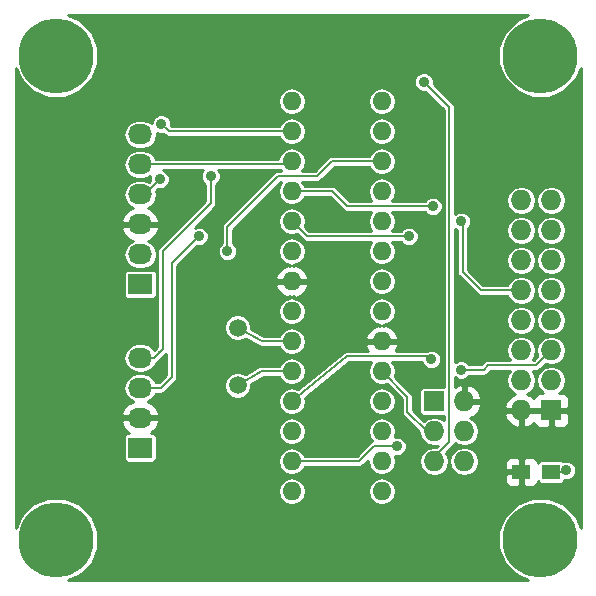
<source format=gtl>
G04 #@! TF.FileFunction,Copper,L1,Top,Signal*
%FSLAX46Y46*%
G04 Gerber Fmt 4.6, Leading zero omitted, Abs format (unit mm)*
G04 Created by KiCad (PCBNEW 4.0.1-stable) date 12/26/2016 4:33:45 PM*
%MOMM*%
G01*
G04 APERTURE LIST*
%ADD10C,0.150000*%
%ADD11C,6.350000*%
%ADD12R,1.727200X1.727200*%
%ADD13O,1.727200X1.727200*%
%ADD14O,1.600000X1.600000*%
%ADD15C,1.501140*%
%ADD16R,1.500000X1.250000*%
%ADD17R,2.032000X1.727200*%
%ADD18O,2.032000X1.727200*%
%ADD19C,0.889000*%
%ADD20C,0.203200*%
%ADD21C,0.254000*%
G04 APERTURE END LIST*
D10*
D11*
X200000000Y-125000000D03*
X159000000Y-125000000D03*
X200000000Y-84000000D03*
X159000000Y-84000000D03*
D12*
X200914000Y-114046000D03*
D13*
X198374000Y-114046000D03*
X200914000Y-111506000D03*
X198374000Y-111506000D03*
X200914000Y-108966000D03*
X198374000Y-108966000D03*
X200914000Y-106426000D03*
X198374000Y-106426000D03*
X200914000Y-103886000D03*
X198374000Y-103886000D03*
X200914000Y-101346000D03*
X198374000Y-101346000D03*
X200914000Y-98806000D03*
X198374000Y-98806000D03*
X200914000Y-96266000D03*
X198374000Y-96266000D03*
D14*
X178943000Y-87884000D03*
X178943000Y-90424000D03*
X178943000Y-92964000D03*
X178943000Y-95504000D03*
X178943000Y-98044000D03*
X178943000Y-100584000D03*
X178943000Y-103124000D03*
X178943000Y-105664000D03*
X178943000Y-108204000D03*
X178943000Y-110744000D03*
X178943000Y-113284000D03*
X178943000Y-115824000D03*
X178943000Y-118364000D03*
X178943000Y-120904000D03*
X186563000Y-120904000D03*
X186563000Y-118364000D03*
X186563000Y-115824000D03*
X186563000Y-113284000D03*
X186563000Y-110744000D03*
X186563000Y-108204000D03*
X186563000Y-105664000D03*
X186563000Y-103124000D03*
X186563000Y-100584000D03*
X186563000Y-98044000D03*
X186563000Y-95504000D03*
X186563000Y-92964000D03*
X186563000Y-90424000D03*
X186563000Y-87884000D03*
D15*
X174371000Y-111914940D03*
X174371000Y-107033060D03*
D16*
X198394000Y-119253000D03*
X200894000Y-119253000D03*
D17*
X166116000Y-117221000D03*
D18*
X166116000Y-114681000D03*
X166116000Y-112141000D03*
X166116000Y-109601000D03*
D17*
X166116000Y-103378000D03*
D18*
X166116000Y-100838000D03*
X166116000Y-98298000D03*
X166116000Y-95758000D03*
X166116000Y-93218000D03*
X166116000Y-90678000D03*
D12*
X191008000Y-113284000D03*
D13*
X193548000Y-113284000D03*
X191008000Y-115824000D03*
X193548000Y-115824000D03*
X191008000Y-118364000D03*
X193548000Y-118364000D03*
D19*
X202184000Y-119126000D03*
X176784000Y-84836000D03*
X180467000Y-89154000D03*
X181102000Y-96774000D03*
X187833000Y-117094000D03*
X193294000Y-110617000D03*
X190754000Y-109728000D03*
X188849000Y-99314000D03*
X190881000Y-96774000D03*
X193294000Y-98044000D03*
X171069000Y-99314000D03*
X172085000Y-94234000D03*
X167767000Y-94488000D03*
X167894000Y-89789000D03*
X190119000Y-86233000D03*
X173482000Y-100584000D03*
D20*
X174244000Y-106906060D02*
X174371000Y-107033060D01*
X176430940Y-108204000D02*
X174371000Y-107033060D01*
X178943000Y-108204000D02*
X176430940Y-108204000D01*
X202057000Y-119253000D02*
X202184000Y-119126000D01*
X200894000Y-119253000D02*
X202057000Y-119253000D01*
X176430940Y-110744000D02*
X174371000Y-111914940D01*
X178943000Y-110744000D02*
X176430940Y-110744000D01*
X181102000Y-96774000D02*
X181055000Y-96821000D01*
X185928000Y-117094000D02*
X187833000Y-117094000D01*
X184658000Y-118364000D02*
X185928000Y-117094000D01*
X178943000Y-118364000D02*
X184658000Y-118364000D01*
X199644000Y-110236000D02*
X195580000Y-110236000D01*
X195580000Y-110236000D02*
X195199000Y-110617000D01*
X195199000Y-110617000D02*
X193294000Y-110617000D01*
X200914000Y-108966000D02*
X199644000Y-110236000D01*
X190754000Y-109728000D02*
X190500000Y-109474000D01*
X190500000Y-109474000D02*
X183642000Y-109474000D01*
X183642000Y-109474000D02*
X178943000Y-113284000D01*
X191008000Y-115824000D02*
X190373000Y-115824000D01*
X190373000Y-115824000D02*
X188722000Y-114173000D01*
X188722000Y-112903000D02*
X186563000Y-110744000D01*
X188722000Y-114173000D02*
X188722000Y-112903000D01*
X188849000Y-99314000D02*
X180213000Y-99314000D01*
X180213000Y-99314000D02*
X178943000Y-98044000D01*
X190881000Y-96774000D02*
X183642000Y-96774000D01*
X182372000Y-95504000D02*
X178943000Y-95504000D01*
X183642000Y-96774000D02*
X182372000Y-95504000D01*
X193294000Y-98044000D02*
X193421000Y-98171000D01*
X193421000Y-98171000D02*
X193421000Y-102362000D01*
X193421000Y-102362000D02*
X194945000Y-103886000D01*
X194945000Y-103886000D02*
X198374000Y-103886000D01*
X168783000Y-104521000D02*
X168783000Y-101600000D01*
X168783000Y-101600000D02*
X171069000Y-99314000D01*
X168783000Y-104521000D02*
X168783000Y-111252000D01*
X168783000Y-111252000D02*
X167894000Y-112141000D01*
X167894000Y-112141000D02*
X166116000Y-112141000D01*
X168021000Y-103505000D02*
X168021000Y-100584000D01*
X172085000Y-96520000D02*
X172085000Y-94234000D01*
X168021000Y-100584000D02*
X172085000Y-96520000D01*
X168021000Y-103505000D02*
X168021000Y-108839000D01*
X168021000Y-108839000D02*
X167640000Y-109220000D01*
X167259000Y-109601000D02*
X168021000Y-108839000D01*
X166116000Y-109601000D02*
X167259000Y-109601000D01*
X178943000Y-90424000D02*
X168529000Y-90424000D01*
X166497000Y-95758000D02*
X167767000Y-94488000D01*
X168529000Y-90424000D02*
X167894000Y-89789000D01*
X166116000Y-95758000D02*
X166497000Y-95758000D01*
X178689000Y-93218000D02*
X178943000Y-92964000D01*
X166116000Y-93218000D02*
X178689000Y-93218000D01*
X191389000Y-117602000D02*
X191008000Y-118364000D01*
X192278000Y-112522000D02*
X192278000Y-116713000D01*
X192278000Y-116713000D02*
X191389000Y-117602000D01*
X192278000Y-88392000D02*
X190119000Y-86233000D01*
X192278000Y-112522000D02*
X192278000Y-88392000D01*
X186563000Y-92964000D02*
X182372000Y-92964000D01*
X173482000Y-98552000D02*
X173482000Y-100584000D01*
X177800000Y-94234000D02*
X173482000Y-98552000D01*
X181102000Y-94234000D02*
X177800000Y-94234000D01*
X182372000Y-92964000D02*
X181102000Y-94234000D01*
X186563000Y-92964000D02*
X186563000Y-92837000D01*
D21*
G36*
X197988319Y-80983612D02*
X196987128Y-81983058D01*
X196444619Y-83289565D01*
X196443384Y-84704229D01*
X196983612Y-86011681D01*
X197983058Y-87012872D01*
X199289565Y-87555381D01*
X200704229Y-87556616D01*
X202011681Y-87016388D01*
X203012872Y-86016942D01*
X203428500Y-85015998D01*
X203428500Y-123985707D01*
X203016388Y-122988319D01*
X202016942Y-121987128D01*
X200710435Y-121444619D01*
X199295771Y-121443384D01*
X197988319Y-121983612D01*
X196987128Y-122983058D01*
X196444619Y-124289565D01*
X196443384Y-125704229D01*
X196983612Y-127011681D01*
X197983058Y-128012872D01*
X198984002Y-128428500D01*
X160014293Y-128428500D01*
X161011681Y-128016388D01*
X162012872Y-127016942D01*
X162555381Y-125710435D01*
X162556616Y-124295771D01*
X162016388Y-122988319D01*
X161016942Y-121987128D01*
X159710435Y-121444619D01*
X158295771Y-121443384D01*
X156988319Y-121983612D01*
X155987128Y-122983058D01*
X155571500Y-123984002D01*
X155571500Y-120904000D01*
X177738863Y-120904000D01*
X177828761Y-121355949D01*
X178084770Y-121739093D01*
X178467914Y-121995102D01*
X178919863Y-122085000D01*
X178966137Y-122085000D01*
X179418086Y-121995102D01*
X179801230Y-121739093D01*
X180057239Y-121355949D01*
X180147137Y-120904000D01*
X185358863Y-120904000D01*
X185448761Y-121355949D01*
X185704770Y-121739093D01*
X186087914Y-121995102D01*
X186539863Y-122085000D01*
X186586137Y-122085000D01*
X187038086Y-121995102D01*
X187421230Y-121739093D01*
X187677239Y-121355949D01*
X187767137Y-120904000D01*
X187677239Y-120452051D01*
X187421230Y-120068907D01*
X187038086Y-119812898D01*
X186586137Y-119723000D01*
X186539863Y-119723000D01*
X186087914Y-119812898D01*
X185704770Y-120068907D01*
X185448761Y-120452051D01*
X185358863Y-120904000D01*
X180147137Y-120904000D01*
X180057239Y-120452051D01*
X179801230Y-120068907D01*
X179418086Y-119812898D01*
X178966137Y-119723000D01*
X178919863Y-119723000D01*
X178467914Y-119812898D01*
X178084770Y-120068907D01*
X177828761Y-120452051D01*
X177738863Y-120904000D01*
X155571500Y-120904000D01*
X155571500Y-115040026D01*
X164508642Y-115040026D01*
X164511291Y-115055791D01*
X164765268Y-115583036D01*
X165197183Y-115968936D01*
X165100000Y-115968936D01*
X164958810Y-115995503D01*
X164829135Y-116078946D01*
X164742141Y-116206266D01*
X164711536Y-116357400D01*
X164711536Y-118084600D01*
X164738103Y-118225790D01*
X164821546Y-118355465D01*
X164948866Y-118442459D01*
X165100000Y-118473064D01*
X167132000Y-118473064D01*
X167273190Y-118446497D01*
X167401394Y-118364000D01*
X177738863Y-118364000D01*
X177828761Y-118815949D01*
X178084770Y-119199093D01*
X178467914Y-119455102D01*
X178919863Y-119545000D01*
X178966137Y-119545000D01*
X179418086Y-119455102D01*
X179801230Y-119199093D01*
X180036759Y-118846600D01*
X184658000Y-118846600D01*
X184842683Y-118809864D01*
X184999250Y-118705250D01*
X185363423Y-118341077D01*
X185358863Y-118364000D01*
X185448761Y-118815949D01*
X185704770Y-119199093D01*
X186087914Y-119455102D01*
X186539863Y-119545000D01*
X186586137Y-119545000D01*
X187038086Y-119455102D01*
X187421230Y-119199093D01*
X187677239Y-118815949D01*
X187767137Y-118364000D01*
X187678694Y-117919366D01*
X187996482Y-117919643D01*
X188299998Y-117794233D01*
X188532417Y-117562219D01*
X188658357Y-117258923D01*
X188658643Y-116930518D01*
X188533233Y-116627002D01*
X188301219Y-116394583D01*
X187997923Y-116268643D01*
X187678748Y-116268365D01*
X187767137Y-115824000D01*
X187677239Y-115372051D01*
X187421230Y-114988907D01*
X187038086Y-114732898D01*
X186586137Y-114643000D01*
X186539863Y-114643000D01*
X186087914Y-114732898D01*
X185704770Y-114988907D01*
X185448761Y-115372051D01*
X185358863Y-115824000D01*
X185448761Y-116275949D01*
X185704770Y-116659093D01*
X185715844Y-116666493D01*
X185586750Y-116752750D01*
X184458100Y-117881400D01*
X180036759Y-117881400D01*
X179801230Y-117528907D01*
X179418086Y-117272898D01*
X178966137Y-117183000D01*
X178919863Y-117183000D01*
X178467914Y-117272898D01*
X178084770Y-117528907D01*
X177828761Y-117912051D01*
X177738863Y-118364000D01*
X167401394Y-118364000D01*
X167402865Y-118363054D01*
X167489859Y-118235734D01*
X167520464Y-118084600D01*
X167520464Y-116357400D01*
X167493897Y-116216210D01*
X167410454Y-116086535D01*
X167283134Y-115999541D01*
X167132000Y-115968936D01*
X167034817Y-115968936D01*
X167197035Y-115824000D01*
X177738863Y-115824000D01*
X177828761Y-116275949D01*
X178084770Y-116659093D01*
X178467914Y-116915102D01*
X178919863Y-117005000D01*
X178966137Y-117005000D01*
X179418086Y-116915102D01*
X179801230Y-116659093D01*
X180057239Y-116275949D01*
X180147137Y-115824000D01*
X180057239Y-115372051D01*
X179801230Y-114988907D01*
X179418086Y-114732898D01*
X178966137Y-114643000D01*
X178919863Y-114643000D01*
X178467914Y-114732898D01*
X178084770Y-114988907D01*
X177828761Y-115372051D01*
X177738863Y-115824000D01*
X167197035Y-115824000D01*
X167466732Y-115583036D01*
X167720709Y-115055791D01*
X167723358Y-115040026D01*
X167602217Y-114808000D01*
X166243000Y-114808000D01*
X166243000Y-114828000D01*
X165989000Y-114828000D01*
X165989000Y-114808000D01*
X164629783Y-114808000D01*
X164508642Y-115040026D01*
X155571500Y-115040026D01*
X155571500Y-102514400D01*
X164711536Y-102514400D01*
X164711536Y-104241600D01*
X164738103Y-104382790D01*
X164821546Y-104512465D01*
X164948866Y-104599459D01*
X165100000Y-104630064D01*
X167132000Y-104630064D01*
X167273190Y-104603497D01*
X167402865Y-104520054D01*
X167489859Y-104392734D01*
X167520464Y-104241600D01*
X167520464Y-102514400D01*
X167493897Y-102373210D01*
X167410454Y-102243535D01*
X167283134Y-102156541D01*
X167132000Y-102125936D01*
X165100000Y-102125936D01*
X164958810Y-102152503D01*
X164829135Y-102235946D01*
X164742141Y-102363266D01*
X164711536Y-102514400D01*
X155571500Y-102514400D01*
X155571500Y-97938974D01*
X164508642Y-97938974D01*
X164629783Y-98171000D01*
X165989000Y-98171000D01*
X165989000Y-98151000D01*
X166243000Y-98151000D01*
X166243000Y-98171000D01*
X167602217Y-98171000D01*
X167723358Y-97938974D01*
X167720709Y-97923209D01*
X167466732Y-97395964D01*
X167030320Y-97006046D01*
X166757757Y-96910704D01*
X166772057Y-96907860D01*
X167175834Y-96638065D01*
X167445629Y-96234288D01*
X167540369Y-95758000D01*
X167480497Y-95457003D01*
X167624124Y-95313376D01*
X167930482Y-95313643D01*
X168233998Y-95188233D01*
X168466417Y-94956219D01*
X168592357Y-94652923D01*
X168592643Y-94324518D01*
X168467233Y-94021002D01*
X168235219Y-93788583D01*
X168023333Y-93700600D01*
X171450878Y-93700600D01*
X171385583Y-93765781D01*
X171259643Y-94069077D01*
X171259357Y-94397482D01*
X171384767Y-94700998D01*
X171602400Y-94919011D01*
X171602400Y-96320100D01*
X167679750Y-100242750D01*
X167575136Y-100399317D01*
X167538400Y-100584000D01*
X167538400Y-100828101D01*
X167445629Y-100361712D01*
X167175834Y-99957935D01*
X166772057Y-99688140D01*
X166757757Y-99685296D01*
X167030320Y-99589954D01*
X167466732Y-99200036D01*
X167720709Y-98672791D01*
X167723358Y-98657026D01*
X167602217Y-98425000D01*
X166243000Y-98425000D01*
X166243000Y-98445000D01*
X165989000Y-98445000D01*
X165989000Y-98425000D01*
X164629783Y-98425000D01*
X164508642Y-98657026D01*
X164511291Y-98672791D01*
X164765268Y-99200036D01*
X165201680Y-99589954D01*
X165474243Y-99685296D01*
X165459943Y-99688140D01*
X165056166Y-99957935D01*
X164786371Y-100361712D01*
X164691631Y-100838000D01*
X164786371Y-101314288D01*
X165056166Y-101718065D01*
X165459943Y-101987860D01*
X165936231Y-102082600D01*
X166295769Y-102082600D01*
X166772057Y-101987860D01*
X167175834Y-101718065D01*
X167445629Y-101314288D01*
X167538400Y-100847899D01*
X167538400Y-108639100D01*
X167288279Y-108889221D01*
X167175834Y-108720935D01*
X166772057Y-108451140D01*
X166295769Y-108356400D01*
X165936231Y-108356400D01*
X165459943Y-108451140D01*
X165056166Y-108720935D01*
X164786371Y-109124712D01*
X164691631Y-109601000D01*
X164786371Y-110077288D01*
X165056166Y-110481065D01*
X165459943Y-110750860D01*
X165936231Y-110845600D01*
X166295769Y-110845600D01*
X166772057Y-110750860D01*
X167175834Y-110481065D01*
X167445629Y-110077288D01*
X167452907Y-110040701D01*
X167600250Y-109942250D01*
X168300400Y-109242100D01*
X168300400Y-111052100D01*
X167694100Y-111658400D01*
X167441411Y-111658400D01*
X167175834Y-111260935D01*
X166772057Y-110991140D01*
X166295769Y-110896400D01*
X165936231Y-110896400D01*
X165459943Y-110991140D01*
X165056166Y-111260935D01*
X164786371Y-111664712D01*
X164691631Y-112141000D01*
X164786371Y-112617288D01*
X165056166Y-113021065D01*
X165459943Y-113290860D01*
X165474243Y-113293704D01*
X165201680Y-113389046D01*
X164765268Y-113778964D01*
X164511291Y-114306209D01*
X164508642Y-114321974D01*
X164629783Y-114554000D01*
X165989000Y-114554000D01*
X165989000Y-114534000D01*
X166243000Y-114534000D01*
X166243000Y-114554000D01*
X167602217Y-114554000D01*
X167723358Y-114321974D01*
X167720709Y-114306209D01*
X167466732Y-113778964D01*
X167030320Y-113389046D01*
X166757757Y-113293704D01*
X166772057Y-113290860D01*
X166782323Y-113284000D01*
X177738863Y-113284000D01*
X177828761Y-113735949D01*
X178084770Y-114119093D01*
X178467914Y-114375102D01*
X178919863Y-114465000D01*
X178966137Y-114465000D01*
X179418086Y-114375102D01*
X179801230Y-114119093D01*
X180057239Y-113735949D01*
X180147137Y-113284000D01*
X185358863Y-113284000D01*
X185448761Y-113735949D01*
X185704770Y-114119093D01*
X186087914Y-114375102D01*
X186539863Y-114465000D01*
X186586137Y-114465000D01*
X187038086Y-114375102D01*
X187421230Y-114119093D01*
X187677239Y-113735949D01*
X187767137Y-113284000D01*
X187677239Y-112832051D01*
X187421230Y-112448907D01*
X187038086Y-112192898D01*
X186586137Y-112103000D01*
X186539863Y-112103000D01*
X186087914Y-112192898D01*
X185704770Y-112448907D01*
X185448761Y-112832051D01*
X185358863Y-113284000D01*
X180147137Y-113284000D01*
X180086326Y-112978281D01*
X183813066Y-109956600D01*
X185672903Y-109956600D01*
X185448761Y-110292051D01*
X185358863Y-110744000D01*
X185448761Y-111195949D01*
X185704770Y-111579093D01*
X186087914Y-111835102D01*
X186539863Y-111925000D01*
X186586137Y-111925000D01*
X186982632Y-111846132D01*
X188239400Y-113102900D01*
X188239400Y-114173000D01*
X188276136Y-114357683D01*
X188380750Y-114514250D01*
X189751064Y-115884563D01*
X189833757Y-116300288D01*
X190103552Y-116704065D01*
X190507329Y-116973860D01*
X190983617Y-117068600D01*
X191032383Y-117068600D01*
X191291427Y-117017073D01*
X191163099Y-117145401D01*
X191032383Y-117119400D01*
X190983617Y-117119400D01*
X190507329Y-117214140D01*
X190103552Y-117483935D01*
X189833757Y-117887712D01*
X189739017Y-118364000D01*
X189833757Y-118840288D01*
X190103552Y-119244065D01*
X190507329Y-119513860D01*
X190983617Y-119608600D01*
X191032383Y-119608600D01*
X191508671Y-119513860D01*
X191912448Y-119244065D01*
X192182243Y-118840288D01*
X192276983Y-118364000D01*
X192279017Y-118364000D01*
X192373757Y-118840288D01*
X192643552Y-119244065D01*
X193047329Y-119513860D01*
X193523617Y-119608600D01*
X193572383Y-119608600D01*
X193923541Y-119538750D01*
X197009000Y-119538750D01*
X197009000Y-120004310D01*
X197105673Y-120237699D01*
X197284302Y-120416327D01*
X197517691Y-120513000D01*
X198108250Y-120513000D01*
X198267000Y-120354250D01*
X198267000Y-119380000D01*
X197167750Y-119380000D01*
X197009000Y-119538750D01*
X193923541Y-119538750D01*
X194048671Y-119513860D01*
X194452448Y-119244065D01*
X194722243Y-118840288D01*
X194789594Y-118501690D01*
X197009000Y-118501690D01*
X197009000Y-118967250D01*
X197167750Y-119126000D01*
X198267000Y-119126000D01*
X198267000Y-118151750D01*
X198521000Y-118151750D01*
X198521000Y-119126000D01*
X198541000Y-119126000D01*
X198541000Y-119380000D01*
X198521000Y-119380000D01*
X198521000Y-120354250D01*
X198679750Y-120513000D01*
X199270309Y-120513000D01*
X199503698Y-120416327D01*
X199682327Y-120237699D01*
X199779000Y-120004310D01*
X199779000Y-120002699D01*
X199782103Y-120019190D01*
X199865546Y-120148865D01*
X199992866Y-120235859D01*
X200144000Y-120266464D01*
X201644000Y-120266464D01*
X201785190Y-120239897D01*
X201914865Y-120156454D01*
X202001859Y-120029134D01*
X202017723Y-119950795D01*
X202019077Y-119951357D01*
X202347482Y-119951643D01*
X202650998Y-119826233D01*
X202883417Y-119594219D01*
X203009357Y-119290923D01*
X203009643Y-118962518D01*
X202884233Y-118659002D01*
X202652219Y-118426583D01*
X202348923Y-118300643D01*
X202020518Y-118300357D01*
X201907626Y-118347003D01*
X201795134Y-118270141D01*
X201644000Y-118239536D01*
X200144000Y-118239536D01*
X200002810Y-118266103D01*
X199873135Y-118349546D01*
X199786141Y-118476866D01*
X199779000Y-118512130D01*
X199779000Y-118501690D01*
X199682327Y-118268301D01*
X199503698Y-118089673D01*
X199270309Y-117993000D01*
X198679750Y-117993000D01*
X198521000Y-118151750D01*
X198267000Y-118151750D01*
X198108250Y-117993000D01*
X197517691Y-117993000D01*
X197284302Y-118089673D01*
X197105673Y-118268301D01*
X197009000Y-118501690D01*
X194789594Y-118501690D01*
X194816983Y-118364000D01*
X194722243Y-117887712D01*
X194452448Y-117483935D01*
X194048671Y-117214140D01*
X193572383Y-117119400D01*
X193523617Y-117119400D01*
X193047329Y-117214140D01*
X192643552Y-117483935D01*
X192373757Y-117887712D01*
X192279017Y-118364000D01*
X192276983Y-118364000D01*
X192182243Y-117887712D01*
X192023445Y-117650055D01*
X192619250Y-117054250D01*
X192723864Y-116897683D01*
X192748437Y-116774147D01*
X193047329Y-116973860D01*
X193523617Y-117068600D01*
X193572383Y-117068600D01*
X194048671Y-116973860D01*
X194452448Y-116704065D01*
X194722243Y-116300288D01*
X194816983Y-115824000D01*
X194722243Y-115347712D01*
X194452448Y-114943935D01*
X194048671Y-114674140D01*
X194046338Y-114673676D01*
X194436490Y-114490821D01*
X194514800Y-114405026D01*
X196919042Y-114405026D01*
X197091312Y-114820947D01*
X197485510Y-115252821D01*
X198014973Y-115500968D01*
X198247000Y-115380469D01*
X198247000Y-114173000D01*
X198501000Y-114173000D01*
X198501000Y-115380469D01*
X198733027Y-115500968D01*
X199262490Y-115252821D01*
X199429471Y-115069881D01*
X199512073Y-115269299D01*
X199690702Y-115447927D01*
X199924091Y-115544600D01*
X200628250Y-115544600D01*
X200787000Y-115385850D01*
X200787000Y-114173000D01*
X201041000Y-114173000D01*
X201041000Y-115385850D01*
X201199750Y-115544600D01*
X201903909Y-115544600D01*
X202137298Y-115447927D01*
X202315927Y-115269299D01*
X202412600Y-115035910D01*
X202412600Y-114331750D01*
X202253850Y-114173000D01*
X201041000Y-114173000D01*
X200787000Y-114173000D01*
X198501000Y-114173000D01*
X198247000Y-114173000D01*
X197040183Y-114173000D01*
X196919042Y-114405026D01*
X194514800Y-114405026D01*
X194830688Y-114058947D01*
X195002958Y-113643026D01*
X194881817Y-113411000D01*
X193675000Y-113411000D01*
X193675000Y-113431000D01*
X193421000Y-113431000D01*
X193421000Y-113411000D01*
X193401000Y-113411000D01*
X193401000Y-113157000D01*
X193421000Y-113157000D01*
X193421000Y-111949531D01*
X193675000Y-111949531D01*
X193675000Y-113157000D01*
X194881817Y-113157000D01*
X195002958Y-112924974D01*
X194830688Y-112509053D01*
X194436490Y-112077179D01*
X193907027Y-111829032D01*
X193675000Y-111949531D01*
X193421000Y-111949531D01*
X193188973Y-111829032D01*
X192760600Y-112029800D01*
X192760600Y-111251122D01*
X192825781Y-111316417D01*
X193129077Y-111442357D01*
X193457482Y-111442643D01*
X193760998Y-111317233D01*
X193979011Y-111099600D01*
X195199000Y-111099600D01*
X195383683Y-111062864D01*
X195540250Y-110958250D01*
X195779899Y-110718600D01*
X197407635Y-110718600D01*
X197199757Y-111029712D01*
X197105017Y-111506000D01*
X197199757Y-111982288D01*
X197469552Y-112386065D01*
X197873329Y-112655860D01*
X197875662Y-112656324D01*
X197485510Y-112839179D01*
X197091312Y-113271053D01*
X196919042Y-113686974D01*
X197040183Y-113919000D01*
X198247000Y-113919000D01*
X198247000Y-113899000D01*
X198501000Y-113899000D01*
X198501000Y-113919000D01*
X200787000Y-113919000D01*
X200787000Y-113899000D01*
X201041000Y-113899000D01*
X201041000Y-113919000D01*
X202253850Y-113919000D01*
X202412600Y-113760250D01*
X202412600Y-113056090D01*
X202315927Y-112822701D01*
X202137298Y-112644073D01*
X201903909Y-112547400D01*
X201576993Y-112547400D01*
X201818448Y-112386065D01*
X202088243Y-111982288D01*
X202182983Y-111506000D01*
X202088243Y-111029712D01*
X201818448Y-110625935D01*
X201414671Y-110356140D01*
X200938383Y-110261400D01*
X200889617Y-110261400D01*
X200413329Y-110356140D01*
X200009552Y-110625935D01*
X199739757Y-111029712D01*
X199645017Y-111506000D01*
X199739757Y-111982288D01*
X200009552Y-112386065D01*
X200251007Y-112547400D01*
X199924091Y-112547400D01*
X199690702Y-112644073D01*
X199512073Y-112822701D01*
X199429471Y-113022119D01*
X199262490Y-112839179D01*
X198872338Y-112656324D01*
X198874671Y-112655860D01*
X199278448Y-112386065D01*
X199548243Y-111982288D01*
X199642983Y-111506000D01*
X199548243Y-111029712D01*
X199340365Y-110718600D01*
X199644000Y-110718600D01*
X199828683Y-110681864D01*
X199985250Y-110577250D01*
X200441113Y-110121387D01*
X200889617Y-110210600D01*
X200938383Y-110210600D01*
X201414671Y-110115860D01*
X201818448Y-109846065D01*
X202088243Y-109442288D01*
X202182983Y-108966000D01*
X202088243Y-108489712D01*
X201818448Y-108085935D01*
X201414671Y-107816140D01*
X200938383Y-107721400D01*
X200889617Y-107721400D01*
X200413329Y-107816140D01*
X200009552Y-108085935D01*
X199739757Y-108489712D01*
X199645017Y-108966000D01*
X199739757Y-109442288D01*
X199745947Y-109451553D01*
X199444100Y-109753400D01*
X199340365Y-109753400D01*
X199548243Y-109442288D01*
X199642983Y-108966000D01*
X199548243Y-108489712D01*
X199278448Y-108085935D01*
X198874671Y-107816140D01*
X198398383Y-107721400D01*
X198349617Y-107721400D01*
X197873329Y-107816140D01*
X197469552Y-108085935D01*
X197199757Y-108489712D01*
X197105017Y-108966000D01*
X197199757Y-109442288D01*
X197407635Y-109753400D01*
X195580000Y-109753400D01*
X195395317Y-109790136D01*
X195238750Y-109894750D01*
X195238748Y-109894753D01*
X194999100Y-110134400D01*
X193978658Y-110134400D01*
X193762219Y-109917583D01*
X193458923Y-109791643D01*
X193130518Y-109791357D01*
X192827002Y-109916767D01*
X192760600Y-109983053D01*
X192760600Y-106426000D01*
X197105017Y-106426000D01*
X197199757Y-106902288D01*
X197469552Y-107306065D01*
X197873329Y-107575860D01*
X198349617Y-107670600D01*
X198398383Y-107670600D01*
X198874671Y-107575860D01*
X199278448Y-107306065D01*
X199548243Y-106902288D01*
X199642983Y-106426000D01*
X199645017Y-106426000D01*
X199739757Y-106902288D01*
X200009552Y-107306065D01*
X200413329Y-107575860D01*
X200889617Y-107670600D01*
X200938383Y-107670600D01*
X201414671Y-107575860D01*
X201818448Y-107306065D01*
X202088243Y-106902288D01*
X202182983Y-106426000D01*
X202088243Y-105949712D01*
X201818448Y-105545935D01*
X201414671Y-105276140D01*
X200938383Y-105181400D01*
X200889617Y-105181400D01*
X200413329Y-105276140D01*
X200009552Y-105545935D01*
X199739757Y-105949712D01*
X199645017Y-106426000D01*
X199642983Y-106426000D01*
X199548243Y-105949712D01*
X199278448Y-105545935D01*
X198874671Y-105276140D01*
X198398383Y-105181400D01*
X198349617Y-105181400D01*
X197873329Y-105276140D01*
X197469552Y-105545935D01*
X197199757Y-105949712D01*
X197105017Y-106426000D01*
X192760600Y-106426000D01*
X192760600Y-98678122D01*
X192825781Y-98743417D01*
X192938400Y-98790181D01*
X192938400Y-102362000D01*
X192975136Y-102546683D01*
X193079750Y-102703250D01*
X194603748Y-104227247D01*
X194603750Y-104227250D01*
X194760317Y-104331864D01*
X194945000Y-104368600D01*
X197203975Y-104368600D01*
X197469552Y-104766065D01*
X197873329Y-105035860D01*
X198349617Y-105130600D01*
X198398383Y-105130600D01*
X198874671Y-105035860D01*
X199278448Y-104766065D01*
X199548243Y-104362288D01*
X199642983Y-103886000D01*
X199645017Y-103886000D01*
X199739757Y-104362288D01*
X200009552Y-104766065D01*
X200413329Y-105035860D01*
X200889617Y-105130600D01*
X200938383Y-105130600D01*
X201414671Y-105035860D01*
X201818448Y-104766065D01*
X202088243Y-104362288D01*
X202182983Y-103886000D01*
X202088243Y-103409712D01*
X201818448Y-103005935D01*
X201414671Y-102736140D01*
X200938383Y-102641400D01*
X200889617Y-102641400D01*
X200413329Y-102736140D01*
X200009552Y-103005935D01*
X199739757Y-103409712D01*
X199645017Y-103886000D01*
X199642983Y-103886000D01*
X199548243Y-103409712D01*
X199278448Y-103005935D01*
X198874671Y-102736140D01*
X198398383Y-102641400D01*
X198349617Y-102641400D01*
X197873329Y-102736140D01*
X197469552Y-103005935D01*
X197203975Y-103403400D01*
X195144899Y-103403400D01*
X193903600Y-102162100D01*
X193903600Y-101346000D01*
X197105017Y-101346000D01*
X197199757Y-101822288D01*
X197469552Y-102226065D01*
X197873329Y-102495860D01*
X198349617Y-102590600D01*
X198398383Y-102590600D01*
X198874671Y-102495860D01*
X199278448Y-102226065D01*
X199548243Y-101822288D01*
X199642983Y-101346000D01*
X199645017Y-101346000D01*
X199739757Y-101822288D01*
X200009552Y-102226065D01*
X200413329Y-102495860D01*
X200889617Y-102590600D01*
X200938383Y-102590600D01*
X201414671Y-102495860D01*
X201818448Y-102226065D01*
X202088243Y-101822288D01*
X202182983Y-101346000D01*
X202088243Y-100869712D01*
X201818448Y-100465935D01*
X201414671Y-100196140D01*
X200938383Y-100101400D01*
X200889617Y-100101400D01*
X200413329Y-100196140D01*
X200009552Y-100465935D01*
X199739757Y-100869712D01*
X199645017Y-101346000D01*
X199642983Y-101346000D01*
X199548243Y-100869712D01*
X199278448Y-100465935D01*
X198874671Y-100196140D01*
X198398383Y-100101400D01*
X198349617Y-100101400D01*
X197873329Y-100196140D01*
X197469552Y-100465935D01*
X197199757Y-100869712D01*
X197105017Y-101346000D01*
X193903600Y-101346000D01*
X193903600Y-98806000D01*
X197105017Y-98806000D01*
X197199757Y-99282288D01*
X197469552Y-99686065D01*
X197873329Y-99955860D01*
X198349617Y-100050600D01*
X198398383Y-100050600D01*
X198874671Y-99955860D01*
X199278448Y-99686065D01*
X199548243Y-99282288D01*
X199642983Y-98806000D01*
X199645017Y-98806000D01*
X199739757Y-99282288D01*
X200009552Y-99686065D01*
X200413329Y-99955860D01*
X200889617Y-100050600D01*
X200938383Y-100050600D01*
X201414671Y-99955860D01*
X201818448Y-99686065D01*
X202088243Y-99282288D01*
X202182983Y-98806000D01*
X202088243Y-98329712D01*
X201818448Y-97925935D01*
X201414671Y-97656140D01*
X200938383Y-97561400D01*
X200889617Y-97561400D01*
X200413329Y-97656140D01*
X200009552Y-97925935D01*
X199739757Y-98329712D01*
X199645017Y-98806000D01*
X199642983Y-98806000D01*
X199548243Y-98329712D01*
X199278448Y-97925935D01*
X198874671Y-97656140D01*
X198398383Y-97561400D01*
X198349617Y-97561400D01*
X197873329Y-97656140D01*
X197469552Y-97925935D01*
X197199757Y-98329712D01*
X197105017Y-98806000D01*
X193903600Y-98806000D01*
X193903600Y-98601879D01*
X193993417Y-98512219D01*
X194119357Y-98208923D01*
X194119643Y-97880518D01*
X193994233Y-97577002D01*
X193762219Y-97344583D01*
X193458923Y-97218643D01*
X193130518Y-97218357D01*
X192827002Y-97343767D01*
X192760600Y-97410053D01*
X192760600Y-96266000D01*
X197105017Y-96266000D01*
X197199757Y-96742288D01*
X197469552Y-97146065D01*
X197873329Y-97415860D01*
X198349617Y-97510600D01*
X198398383Y-97510600D01*
X198874671Y-97415860D01*
X199278448Y-97146065D01*
X199548243Y-96742288D01*
X199642983Y-96266000D01*
X199645017Y-96266000D01*
X199739757Y-96742288D01*
X200009552Y-97146065D01*
X200413329Y-97415860D01*
X200889617Y-97510600D01*
X200938383Y-97510600D01*
X201414671Y-97415860D01*
X201818448Y-97146065D01*
X202088243Y-96742288D01*
X202182983Y-96266000D01*
X202088243Y-95789712D01*
X201818448Y-95385935D01*
X201414671Y-95116140D01*
X200938383Y-95021400D01*
X200889617Y-95021400D01*
X200413329Y-95116140D01*
X200009552Y-95385935D01*
X199739757Y-95789712D01*
X199645017Y-96266000D01*
X199642983Y-96266000D01*
X199548243Y-95789712D01*
X199278448Y-95385935D01*
X198874671Y-95116140D01*
X198398383Y-95021400D01*
X198349617Y-95021400D01*
X197873329Y-95116140D01*
X197469552Y-95385935D01*
X197199757Y-95789712D01*
X197105017Y-96266000D01*
X192760600Y-96266000D01*
X192760600Y-88392000D01*
X192723864Y-88207317D01*
X192619250Y-88050750D01*
X190944376Y-86375876D01*
X190944643Y-86069518D01*
X190819233Y-85766002D01*
X190587219Y-85533583D01*
X190283923Y-85407643D01*
X189955518Y-85407357D01*
X189652002Y-85532767D01*
X189419583Y-85764781D01*
X189293643Y-86068077D01*
X189293357Y-86396482D01*
X189418767Y-86699998D01*
X189650781Y-86932417D01*
X189954077Y-87058357D01*
X190262125Y-87058625D01*
X191795400Y-88591900D01*
X191795400Y-112031936D01*
X190144400Y-112031936D01*
X190003210Y-112058503D01*
X189873535Y-112141946D01*
X189786541Y-112269266D01*
X189755936Y-112420400D01*
X189755936Y-114147600D01*
X189782503Y-114288790D01*
X189865946Y-114418465D01*
X189993266Y-114505459D01*
X190144400Y-114536064D01*
X191795400Y-114536064D01*
X191795400Y-114865726D01*
X191508671Y-114674140D01*
X191032383Y-114579400D01*
X190983617Y-114579400D01*
X190507329Y-114674140D01*
X190146642Y-114915143D01*
X189204600Y-113973100D01*
X189204600Y-112903000D01*
X189167864Y-112718317D01*
X189063250Y-112561750D01*
X187680592Y-111179092D01*
X187767137Y-110744000D01*
X187677239Y-110292051D01*
X187453097Y-109956600D01*
X189955263Y-109956600D01*
X190053767Y-110194998D01*
X190285781Y-110427417D01*
X190589077Y-110553357D01*
X190917482Y-110553643D01*
X191220998Y-110428233D01*
X191453417Y-110196219D01*
X191579357Y-109892923D01*
X191579643Y-109564518D01*
X191454233Y-109261002D01*
X191222219Y-109028583D01*
X190918923Y-108902643D01*
X190590518Y-108902357D01*
X190375017Y-108991400D01*
X187748768Y-108991400D01*
X187794041Y-108941423D01*
X187954904Y-108553039D01*
X187832915Y-108331000D01*
X186690000Y-108331000D01*
X186690000Y-108351000D01*
X186436000Y-108351000D01*
X186436000Y-108331000D01*
X185293085Y-108331000D01*
X185171096Y-108553039D01*
X185331959Y-108941423D01*
X185377232Y-108991400D01*
X183642000Y-108991400D01*
X183573844Y-109004957D01*
X183504648Y-109011359D01*
X183482202Y-109023186D01*
X183457317Y-109028136D01*
X183399533Y-109066746D01*
X183338058Y-109099138D01*
X179475284Y-112231117D01*
X179418086Y-112192898D01*
X178966137Y-112103000D01*
X178919863Y-112103000D01*
X178467914Y-112192898D01*
X178084770Y-112448907D01*
X177828761Y-112832051D01*
X177738863Y-113284000D01*
X166782323Y-113284000D01*
X167175834Y-113021065D01*
X167441411Y-112623600D01*
X167894000Y-112623600D01*
X168078683Y-112586864D01*
X168235250Y-112482250D01*
X168578464Y-112139036D01*
X173239234Y-112139036D01*
X173411142Y-112555086D01*
X173729180Y-112873679D01*
X174144929Y-113046313D01*
X174595096Y-113046706D01*
X175011146Y-112874798D01*
X175329739Y-112556760D01*
X175502373Y-112141011D01*
X175502647Y-111826792D01*
X176558517Y-111226600D01*
X177849241Y-111226600D01*
X178084770Y-111579093D01*
X178467914Y-111835102D01*
X178919863Y-111925000D01*
X178966137Y-111925000D01*
X179418086Y-111835102D01*
X179801230Y-111579093D01*
X180057239Y-111195949D01*
X180147137Y-110744000D01*
X180057239Y-110292051D01*
X179801230Y-109908907D01*
X179418086Y-109652898D01*
X178966137Y-109563000D01*
X178919863Y-109563000D01*
X178467914Y-109652898D01*
X178084770Y-109908907D01*
X177849241Y-110261400D01*
X176430940Y-110261400D01*
X176401301Y-110267296D01*
X176371162Y-110265117D01*
X176309738Y-110285509D01*
X176246257Y-110298136D01*
X176221130Y-110314925D01*
X176192451Y-110324446D01*
X175037523Y-110980947D01*
X175012820Y-110956201D01*
X174597071Y-110783567D01*
X174146904Y-110783174D01*
X173730854Y-110955082D01*
X173412261Y-111273120D01*
X173239627Y-111688869D01*
X173239234Y-112139036D01*
X168578464Y-112139036D01*
X169124250Y-111593250D01*
X169228864Y-111436683D01*
X169265600Y-111252000D01*
X169265600Y-107257156D01*
X173239234Y-107257156D01*
X173411142Y-107673206D01*
X173729180Y-107991799D01*
X174144929Y-108164433D01*
X174595096Y-108164826D01*
X175011146Y-107992918D01*
X175037225Y-107966884D01*
X176192451Y-108623554D01*
X176221130Y-108633075D01*
X176246257Y-108649864D01*
X176309738Y-108662491D01*
X176371162Y-108682883D01*
X176401301Y-108680704D01*
X176430940Y-108686600D01*
X177849241Y-108686600D01*
X178084770Y-109039093D01*
X178467914Y-109295102D01*
X178919863Y-109385000D01*
X178966137Y-109385000D01*
X179418086Y-109295102D01*
X179801230Y-109039093D01*
X180057239Y-108655949D01*
X180147137Y-108204000D01*
X180077710Y-107854961D01*
X185171096Y-107854961D01*
X185293085Y-108077000D01*
X186436000Y-108077000D01*
X186436000Y-108057000D01*
X186690000Y-108057000D01*
X186690000Y-108077000D01*
X187832915Y-108077000D01*
X187954904Y-107854961D01*
X187794041Y-107466577D01*
X187418134Y-107051611D01*
X186912041Y-106812086D01*
X186690002Y-106933370D01*
X186690002Y-106824340D01*
X187038086Y-106755102D01*
X187421230Y-106499093D01*
X187677239Y-106115949D01*
X187767137Y-105664000D01*
X187677239Y-105212051D01*
X187421230Y-104828907D01*
X187038086Y-104572898D01*
X186586137Y-104483000D01*
X186539863Y-104483000D01*
X186087914Y-104572898D01*
X185704770Y-104828907D01*
X185448761Y-105212051D01*
X185358863Y-105664000D01*
X185448761Y-106115949D01*
X185704770Y-106499093D01*
X186087914Y-106755102D01*
X186435998Y-106824340D01*
X186435998Y-106933370D01*
X186213959Y-106812086D01*
X185707866Y-107051611D01*
X185331959Y-107466577D01*
X185171096Y-107854961D01*
X180077710Y-107854961D01*
X180057239Y-107752051D01*
X179801230Y-107368907D01*
X179418086Y-107112898D01*
X178966137Y-107023000D01*
X178919863Y-107023000D01*
X178467914Y-107112898D01*
X178084770Y-107368907D01*
X177849241Y-107721400D01*
X176558517Y-107721400D01*
X175502493Y-107121120D01*
X175502766Y-106808964D01*
X175330858Y-106392914D01*
X175012820Y-106074321D01*
X174597071Y-105901687D01*
X174146904Y-105901294D01*
X173730854Y-106073202D01*
X173412261Y-106391240D01*
X173239627Y-106806989D01*
X173239234Y-107257156D01*
X169265600Y-107257156D01*
X169265600Y-103473039D01*
X177551096Y-103473039D01*
X177711959Y-103861423D01*
X178087866Y-104276389D01*
X178593959Y-104515914D01*
X178815998Y-104394630D01*
X178815998Y-104503660D01*
X178467914Y-104572898D01*
X178084770Y-104828907D01*
X177828761Y-105212051D01*
X177738863Y-105664000D01*
X177828761Y-106115949D01*
X178084770Y-106499093D01*
X178467914Y-106755102D01*
X178919863Y-106845000D01*
X178966137Y-106845000D01*
X179418086Y-106755102D01*
X179801230Y-106499093D01*
X180057239Y-106115949D01*
X180147137Y-105664000D01*
X180057239Y-105212051D01*
X179801230Y-104828907D01*
X179418086Y-104572898D01*
X179070002Y-104503660D01*
X179070002Y-104394630D01*
X179292041Y-104515914D01*
X179798134Y-104276389D01*
X180174041Y-103861423D01*
X180334904Y-103473039D01*
X180212915Y-103251000D01*
X179070000Y-103251000D01*
X179070000Y-103271000D01*
X178816000Y-103271000D01*
X178816000Y-103251000D01*
X177673085Y-103251000D01*
X177551096Y-103473039D01*
X169265600Y-103473039D01*
X169265600Y-103124000D01*
X185358863Y-103124000D01*
X185448761Y-103575949D01*
X185704770Y-103959093D01*
X186087914Y-104215102D01*
X186539863Y-104305000D01*
X186586137Y-104305000D01*
X187038086Y-104215102D01*
X187421230Y-103959093D01*
X187677239Y-103575949D01*
X187767137Y-103124000D01*
X187677239Y-102672051D01*
X187421230Y-102288907D01*
X187038086Y-102032898D01*
X186586137Y-101943000D01*
X186539863Y-101943000D01*
X186087914Y-102032898D01*
X185704770Y-102288907D01*
X185448761Y-102672051D01*
X185358863Y-103124000D01*
X169265600Y-103124000D01*
X169265600Y-102774961D01*
X177551096Y-102774961D01*
X177673085Y-102997000D01*
X178816000Y-102997000D01*
X178816000Y-102977000D01*
X179070000Y-102977000D01*
X179070000Y-102997000D01*
X180212915Y-102997000D01*
X180334904Y-102774961D01*
X180174041Y-102386577D01*
X179798134Y-101971611D01*
X179292041Y-101732086D01*
X179070002Y-101853370D01*
X179070002Y-101744340D01*
X179418086Y-101675102D01*
X179801230Y-101419093D01*
X180057239Y-101035949D01*
X180147137Y-100584000D01*
X180057239Y-100132051D01*
X179801230Y-99748907D01*
X179418086Y-99492898D01*
X178966137Y-99403000D01*
X178919863Y-99403000D01*
X178467914Y-99492898D01*
X178084770Y-99748907D01*
X177828761Y-100132051D01*
X177738863Y-100584000D01*
X177828761Y-101035949D01*
X178084770Y-101419093D01*
X178467914Y-101675102D01*
X178815998Y-101744340D01*
X178815998Y-101853370D01*
X178593959Y-101732086D01*
X178087866Y-101971611D01*
X177711959Y-102386577D01*
X177551096Y-102774961D01*
X169265600Y-102774961D01*
X169265600Y-101799900D01*
X170926124Y-100139376D01*
X171232482Y-100139643D01*
X171535998Y-100014233D01*
X171768417Y-99782219D01*
X171894357Y-99478923D01*
X171894643Y-99150518D01*
X171769233Y-98847002D01*
X171537219Y-98614583D01*
X171233923Y-98488643D01*
X170905518Y-98488357D01*
X170724241Y-98563259D01*
X172426250Y-96861250D01*
X172530864Y-96704683D01*
X172567600Y-96520000D01*
X172567600Y-94918658D01*
X172784417Y-94702219D01*
X172910357Y-94398923D01*
X172910643Y-94070518D01*
X172785233Y-93767002D01*
X172718947Y-93700600D01*
X178018959Y-93700600D01*
X178052903Y-93751400D01*
X177800000Y-93751400D01*
X177615317Y-93788136D01*
X177458750Y-93892750D01*
X173140750Y-98210750D01*
X173036136Y-98367317D01*
X172999400Y-98552000D01*
X172999400Y-99899342D01*
X172782583Y-100115781D01*
X172656643Y-100419077D01*
X172656357Y-100747482D01*
X172781767Y-101050998D01*
X173013781Y-101283417D01*
X173317077Y-101409357D01*
X173645482Y-101409643D01*
X173948998Y-101284233D01*
X174181417Y-101052219D01*
X174307357Y-100748923D01*
X174307643Y-100420518D01*
X174182233Y-100117002D01*
X173964600Y-99898989D01*
X173964600Y-98751900D01*
X177999900Y-94716600D01*
X178052903Y-94716600D01*
X177828761Y-95052051D01*
X177738863Y-95504000D01*
X177828761Y-95955949D01*
X178084770Y-96339093D01*
X178467914Y-96595102D01*
X178919863Y-96685000D01*
X178966137Y-96685000D01*
X179418086Y-96595102D01*
X179801230Y-96339093D01*
X180036759Y-95986600D01*
X182172100Y-95986600D01*
X183300750Y-97115250D01*
X183457317Y-97219864D01*
X183642000Y-97256600D01*
X185672903Y-97256600D01*
X185448761Y-97592051D01*
X185358863Y-98044000D01*
X185448761Y-98495949D01*
X185672903Y-98831400D01*
X180412900Y-98831400D01*
X180060592Y-98479092D01*
X180147137Y-98044000D01*
X180057239Y-97592051D01*
X179801230Y-97208907D01*
X179418086Y-96952898D01*
X178966137Y-96863000D01*
X178919863Y-96863000D01*
X178467914Y-96952898D01*
X178084770Y-97208907D01*
X177828761Y-97592051D01*
X177738863Y-98044000D01*
X177828761Y-98495949D01*
X178084770Y-98879093D01*
X178467914Y-99135102D01*
X178919863Y-99225000D01*
X178966137Y-99225000D01*
X179362632Y-99146132D01*
X179871750Y-99655250D01*
X180028317Y-99759864D01*
X180213000Y-99796600D01*
X185672903Y-99796600D01*
X185448761Y-100132051D01*
X185358863Y-100584000D01*
X185448761Y-101035949D01*
X185704770Y-101419093D01*
X186087914Y-101675102D01*
X186539863Y-101765000D01*
X186586137Y-101765000D01*
X187038086Y-101675102D01*
X187421230Y-101419093D01*
X187677239Y-101035949D01*
X187767137Y-100584000D01*
X187677239Y-100132051D01*
X187453097Y-99796600D01*
X188164342Y-99796600D01*
X188380781Y-100013417D01*
X188684077Y-100139357D01*
X189012482Y-100139643D01*
X189315998Y-100014233D01*
X189548417Y-99782219D01*
X189674357Y-99478923D01*
X189674643Y-99150518D01*
X189549233Y-98847002D01*
X189317219Y-98614583D01*
X189013923Y-98488643D01*
X188685518Y-98488357D01*
X188382002Y-98613767D01*
X188163989Y-98831400D01*
X187453097Y-98831400D01*
X187677239Y-98495949D01*
X187767137Y-98044000D01*
X187677239Y-97592051D01*
X187453097Y-97256600D01*
X190196342Y-97256600D01*
X190412781Y-97473417D01*
X190716077Y-97599357D01*
X191044482Y-97599643D01*
X191347998Y-97474233D01*
X191580417Y-97242219D01*
X191706357Y-96938923D01*
X191706643Y-96610518D01*
X191581233Y-96307002D01*
X191349219Y-96074583D01*
X191045923Y-95948643D01*
X190717518Y-95948357D01*
X190414002Y-96073767D01*
X190195989Y-96291400D01*
X187453097Y-96291400D01*
X187677239Y-95955949D01*
X187767137Y-95504000D01*
X187677239Y-95052051D01*
X187421230Y-94668907D01*
X187038086Y-94412898D01*
X186586137Y-94323000D01*
X186539863Y-94323000D01*
X186087914Y-94412898D01*
X185704770Y-94668907D01*
X185448761Y-95052051D01*
X185358863Y-95504000D01*
X185448761Y-95955949D01*
X185672903Y-96291400D01*
X183841900Y-96291400D01*
X182713250Y-95162750D01*
X182556683Y-95058136D01*
X182372000Y-95021400D01*
X180036759Y-95021400D01*
X179833097Y-94716600D01*
X181102000Y-94716600D01*
X181286683Y-94679864D01*
X181443250Y-94575250D01*
X182571900Y-93446600D01*
X185469241Y-93446600D01*
X185704770Y-93799093D01*
X186087914Y-94055102D01*
X186539863Y-94145000D01*
X186586137Y-94145000D01*
X187038086Y-94055102D01*
X187421230Y-93799093D01*
X187677239Y-93415949D01*
X187767137Y-92964000D01*
X187677239Y-92512051D01*
X187421230Y-92128907D01*
X187038086Y-91872898D01*
X186586137Y-91783000D01*
X186539863Y-91783000D01*
X186087914Y-91872898D01*
X185704770Y-92128907D01*
X185469241Y-92481400D01*
X182372000Y-92481400D01*
X182187317Y-92518136D01*
X182030750Y-92622750D01*
X180902100Y-93751400D01*
X179833097Y-93751400D01*
X180057239Y-93415949D01*
X180147137Y-92964000D01*
X180057239Y-92512051D01*
X179801230Y-92128907D01*
X179418086Y-91872898D01*
X178966137Y-91783000D01*
X178919863Y-91783000D01*
X178467914Y-91872898D01*
X178084770Y-92128907D01*
X177828761Y-92512051D01*
X177784334Y-92735400D01*
X167441411Y-92735400D01*
X167175834Y-92337935D01*
X166772057Y-92068140D01*
X166295769Y-91973400D01*
X165936231Y-91973400D01*
X165459943Y-92068140D01*
X165056166Y-92337935D01*
X164786371Y-92741712D01*
X164691631Y-93218000D01*
X164786371Y-93694288D01*
X165056166Y-94098065D01*
X165459943Y-94367860D01*
X165936231Y-94462600D01*
X166295769Y-94462600D01*
X166772057Y-94367860D01*
X166981027Y-94228231D01*
X166941643Y-94323077D01*
X166941375Y-94631125D01*
X166887334Y-94685166D01*
X166772057Y-94608140D01*
X166295769Y-94513400D01*
X165936231Y-94513400D01*
X165459943Y-94608140D01*
X165056166Y-94877935D01*
X164786371Y-95281712D01*
X164691631Y-95758000D01*
X164786371Y-96234288D01*
X165056166Y-96638065D01*
X165459943Y-96907860D01*
X165474243Y-96910704D01*
X165201680Y-97006046D01*
X164765268Y-97395964D01*
X164511291Y-97923209D01*
X164508642Y-97938974D01*
X155571500Y-97938974D01*
X155571500Y-90678000D01*
X164691631Y-90678000D01*
X164786371Y-91154288D01*
X165056166Y-91558065D01*
X165459943Y-91827860D01*
X165936231Y-91922600D01*
X166295769Y-91922600D01*
X166772057Y-91827860D01*
X167175834Y-91558065D01*
X167445629Y-91154288D01*
X167540369Y-90678000D01*
X167509580Y-90523213D01*
X167729077Y-90614357D01*
X168037126Y-90614625D01*
X168187748Y-90765247D01*
X168187750Y-90765250D01*
X168344317Y-90869864D01*
X168529000Y-90906601D01*
X168529005Y-90906600D01*
X177849241Y-90906600D01*
X178084770Y-91259093D01*
X178467914Y-91515102D01*
X178919863Y-91605000D01*
X178966137Y-91605000D01*
X179418086Y-91515102D01*
X179801230Y-91259093D01*
X180057239Y-90875949D01*
X180147137Y-90424000D01*
X185358863Y-90424000D01*
X185448761Y-90875949D01*
X185704770Y-91259093D01*
X186087914Y-91515102D01*
X186539863Y-91605000D01*
X186586137Y-91605000D01*
X187038086Y-91515102D01*
X187421230Y-91259093D01*
X187677239Y-90875949D01*
X187767137Y-90424000D01*
X187677239Y-89972051D01*
X187421230Y-89588907D01*
X187038086Y-89332898D01*
X186586137Y-89243000D01*
X186539863Y-89243000D01*
X186087914Y-89332898D01*
X185704770Y-89588907D01*
X185448761Y-89972051D01*
X185358863Y-90424000D01*
X180147137Y-90424000D01*
X180057239Y-89972051D01*
X179801230Y-89588907D01*
X179418086Y-89332898D01*
X178966137Y-89243000D01*
X178919863Y-89243000D01*
X178467914Y-89332898D01*
X178084770Y-89588907D01*
X177849241Y-89941400D01*
X168728899Y-89941400D01*
X168719376Y-89931877D01*
X168719643Y-89625518D01*
X168594233Y-89322002D01*
X168362219Y-89089583D01*
X168058923Y-88963643D01*
X167730518Y-88963357D01*
X167427002Y-89088767D01*
X167194583Y-89320781D01*
X167068643Y-89624077D01*
X167068554Y-89726253D01*
X166772057Y-89528140D01*
X166295769Y-89433400D01*
X165936231Y-89433400D01*
X165459943Y-89528140D01*
X165056166Y-89797935D01*
X164786371Y-90201712D01*
X164691631Y-90678000D01*
X155571500Y-90678000D01*
X155571500Y-87884000D01*
X177738863Y-87884000D01*
X177828761Y-88335949D01*
X178084770Y-88719093D01*
X178467914Y-88975102D01*
X178919863Y-89065000D01*
X178966137Y-89065000D01*
X179418086Y-88975102D01*
X179801230Y-88719093D01*
X180057239Y-88335949D01*
X180147137Y-87884000D01*
X185358863Y-87884000D01*
X185448761Y-88335949D01*
X185704770Y-88719093D01*
X186087914Y-88975102D01*
X186539863Y-89065000D01*
X186586137Y-89065000D01*
X187038086Y-88975102D01*
X187421230Y-88719093D01*
X187677239Y-88335949D01*
X187767137Y-87884000D01*
X187677239Y-87432051D01*
X187421230Y-87048907D01*
X187038086Y-86792898D01*
X186586137Y-86703000D01*
X186539863Y-86703000D01*
X186087914Y-86792898D01*
X185704770Y-87048907D01*
X185448761Y-87432051D01*
X185358863Y-87884000D01*
X180147137Y-87884000D01*
X180057239Y-87432051D01*
X179801230Y-87048907D01*
X179418086Y-86792898D01*
X178966137Y-86703000D01*
X178919863Y-86703000D01*
X178467914Y-86792898D01*
X178084770Y-87048907D01*
X177828761Y-87432051D01*
X177738863Y-87884000D01*
X155571500Y-87884000D01*
X155571500Y-85014293D01*
X155983612Y-86011681D01*
X156983058Y-87012872D01*
X158289565Y-87555381D01*
X159704229Y-87556616D01*
X161011681Y-87016388D01*
X162012872Y-86016942D01*
X162555381Y-84710435D01*
X162556616Y-83295771D01*
X162016388Y-81988319D01*
X161016942Y-80987128D01*
X160015998Y-80571500D01*
X198985707Y-80571500D01*
X197988319Y-80983612D01*
X197988319Y-80983612D01*
G37*
X197988319Y-80983612D02*
X196987128Y-81983058D01*
X196444619Y-83289565D01*
X196443384Y-84704229D01*
X196983612Y-86011681D01*
X197983058Y-87012872D01*
X199289565Y-87555381D01*
X200704229Y-87556616D01*
X202011681Y-87016388D01*
X203012872Y-86016942D01*
X203428500Y-85015998D01*
X203428500Y-123985707D01*
X203016388Y-122988319D01*
X202016942Y-121987128D01*
X200710435Y-121444619D01*
X199295771Y-121443384D01*
X197988319Y-121983612D01*
X196987128Y-122983058D01*
X196444619Y-124289565D01*
X196443384Y-125704229D01*
X196983612Y-127011681D01*
X197983058Y-128012872D01*
X198984002Y-128428500D01*
X160014293Y-128428500D01*
X161011681Y-128016388D01*
X162012872Y-127016942D01*
X162555381Y-125710435D01*
X162556616Y-124295771D01*
X162016388Y-122988319D01*
X161016942Y-121987128D01*
X159710435Y-121444619D01*
X158295771Y-121443384D01*
X156988319Y-121983612D01*
X155987128Y-122983058D01*
X155571500Y-123984002D01*
X155571500Y-120904000D01*
X177738863Y-120904000D01*
X177828761Y-121355949D01*
X178084770Y-121739093D01*
X178467914Y-121995102D01*
X178919863Y-122085000D01*
X178966137Y-122085000D01*
X179418086Y-121995102D01*
X179801230Y-121739093D01*
X180057239Y-121355949D01*
X180147137Y-120904000D01*
X185358863Y-120904000D01*
X185448761Y-121355949D01*
X185704770Y-121739093D01*
X186087914Y-121995102D01*
X186539863Y-122085000D01*
X186586137Y-122085000D01*
X187038086Y-121995102D01*
X187421230Y-121739093D01*
X187677239Y-121355949D01*
X187767137Y-120904000D01*
X187677239Y-120452051D01*
X187421230Y-120068907D01*
X187038086Y-119812898D01*
X186586137Y-119723000D01*
X186539863Y-119723000D01*
X186087914Y-119812898D01*
X185704770Y-120068907D01*
X185448761Y-120452051D01*
X185358863Y-120904000D01*
X180147137Y-120904000D01*
X180057239Y-120452051D01*
X179801230Y-120068907D01*
X179418086Y-119812898D01*
X178966137Y-119723000D01*
X178919863Y-119723000D01*
X178467914Y-119812898D01*
X178084770Y-120068907D01*
X177828761Y-120452051D01*
X177738863Y-120904000D01*
X155571500Y-120904000D01*
X155571500Y-115040026D01*
X164508642Y-115040026D01*
X164511291Y-115055791D01*
X164765268Y-115583036D01*
X165197183Y-115968936D01*
X165100000Y-115968936D01*
X164958810Y-115995503D01*
X164829135Y-116078946D01*
X164742141Y-116206266D01*
X164711536Y-116357400D01*
X164711536Y-118084600D01*
X164738103Y-118225790D01*
X164821546Y-118355465D01*
X164948866Y-118442459D01*
X165100000Y-118473064D01*
X167132000Y-118473064D01*
X167273190Y-118446497D01*
X167401394Y-118364000D01*
X177738863Y-118364000D01*
X177828761Y-118815949D01*
X178084770Y-119199093D01*
X178467914Y-119455102D01*
X178919863Y-119545000D01*
X178966137Y-119545000D01*
X179418086Y-119455102D01*
X179801230Y-119199093D01*
X180036759Y-118846600D01*
X184658000Y-118846600D01*
X184842683Y-118809864D01*
X184999250Y-118705250D01*
X185363423Y-118341077D01*
X185358863Y-118364000D01*
X185448761Y-118815949D01*
X185704770Y-119199093D01*
X186087914Y-119455102D01*
X186539863Y-119545000D01*
X186586137Y-119545000D01*
X187038086Y-119455102D01*
X187421230Y-119199093D01*
X187677239Y-118815949D01*
X187767137Y-118364000D01*
X187678694Y-117919366D01*
X187996482Y-117919643D01*
X188299998Y-117794233D01*
X188532417Y-117562219D01*
X188658357Y-117258923D01*
X188658643Y-116930518D01*
X188533233Y-116627002D01*
X188301219Y-116394583D01*
X187997923Y-116268643D01*
X187678748Y-116268365D01*
X187767137Y-115824000D01*
X187677239Y-115372051D01*
X187421230Y-114988907D01*
X187038086Y-114732898D01*
X186586137Y-114643000D01*
X186539863Y-114643000D01*
X186087914Y-114732898D01*
X185704770Y-114988907D01*
X185448761Y-115372051D01*
X185358863Y-115824000D01*
X185448761Y-116275949D01*
X185704770Y-116659093D01*
X185715844Y-116666493D01*
X185586750Y-116752750D01*
X184458100Y-117881400D01*
X180036759Y-117881400D01*
X179801230Y-117528907D01*
X179418086Y-117272898D01*
X178966137Y-117183000D01*
X178919863Y-117183000D01*
X178467914Y-117272898D01*
X178084770Y-117528907D01*
X177828761Y-117912051D01*
X177738863Y-118364000D01*
X167401394Y-118364000D01*
X167402865Y-118363054D01*
X167489859Y-118235734D01*
X167520464Y-118084600D01*
X167520464Y-116357400D01*
X167493897Y-116216210D01*
X167410454Y-116086535D01*
X167283134Y-115999541D01*
X167132000Y-115968936D01*
X167034817Y-115968936D01*
X167197035Y-115824000D01*
X177738863Y-115824000D01*
X177828761Y-116275949D01*
X178084770Y-116659093D01*
X178467914Y-116915102D01*
X178919863Y-117005000D01*
X178966137Y-117005000D01*
X179418086Y-116915102D01*
X179801230Y-116659093D01*
X180057239Y-116275949D01*
X180147137Y-115824000D01*
X180057239Y-115372051D01*
X179801230Y-114988907D01*
X179418086Y-114732898D01*
X178966137Y-114643000D01*
X178919863Y-114643000D01*
X178467914Y-114732898D01*
X178084770Y-114988907D01*
X177828761Y-115372051D01*
X177738863Y-115824000D01*
X167197035Y-115824000D01*
X167466732Y-115583036D01*
X167720709Y-115055791D01*
X167723358Y-115040026D01*
X167602217Y-114808000D01*
X166243000Y-114808000D01*
X166243000Y-114828000D01*
X165989000Y-114828000D01*
X165989000Y-114808000D01*
X164629783Y-114808000D01*
X164508642Y-115040026D01*
X155571500Y-115040026D01*
X155571500Y-102514400D01*
X164711536Y-102514400D01*
X164711536Y-104241600D01*
X164738103Y-104382790D01*
X164821546Y-104512465D01*
X164948866Y-104599459D01*
X165100000Y-104630064D01*
X167132000Y-104630064D01*
X167273190Y-104603497D01*
X167402865Y-104520054D01*
X167489859Y-104392734D01*
X167520464Y-104241600D01*
X167520464Y-102514400D01*
X167493897Y-102373210D01*
X167410454Y-102243535D01*
X167283134Y-102156541D01*
X167132000Y-102125936D01*
X165100000Y-102125936D01*
X164958810Y-102152503D01*
X164829135Y-102235946D01*
X164742141Y-102363266D01*
X164711536Y-102514400D01*
X155571500Y-102514400D01*
X155571500Y-97938974D01*
X164508642Y-97938974D01*
X164629783Y-98171000D01*
X165989000Y-98171000D01*
X165989000Y-98151000D01*
X166243000Y-98151000D01*
X166243000Y-98171000D01*
X167602217Y-98171000D01*
X167723358Y-97938974D01*
X167720709Y-97923209D01*
X167466732Y-97395964D01*
X167030320Y-97006046D01*
X166757757Y-96910704D01*
X166772057Y-96907860D01*
X167175834Y-96638065D01*
X167445629Y-96234288D01*
X167540369Y-95758000D01*
X167480497Y-95457003D01*
X167624124Y-95313376D01*
X167930482Y-95313643D01*
X168233998Y-95188233D01*
X168466417Y-94956219D01*
X168592357Y-94652923D01*
X168592643Y-94324518D01*
X168467233Y-94021002D01*
X168235219Y-93788583D01*
X168023333Y-93700600D01*
X171450878Y-93700600D01*
X171385583Y-93765781D01*
X171259643Y-94069077D01*
X171259357Y-94397482D01*
X171384767Y-94700998D01*
X171602400Y-94919011D01*
X171602400Y-96320100D01*
X167679750Y-100242750D01*
X167575136Y-100399317D01*
X167538400Y-100584000D01*
X167538400Y-100828101D01*
X167445629Y-100361712D01*
X167175834Y-99957935D01*
X166772057Y-99688140D01*
X166757757Y-99685296D01*
X167030320Y-99589954D01*
X167466732Y-99200036D01*
X167720709Y-98672791D01*
X167723358Y-98657026D01*
X167602217Y-98425000D01*
X166243000Y-98425000D01*
X166243000Y-98445000D01*
X165989000Y-98445000D01*
X165989000Y-98425000D01*
X164629783Y-98425000D01*
X164508642Y-98657026D01*
X164511291Y-98672791D01*
X164765268Y-99200036D01*
X165201680Y-99589954D01*
X165474243Y-99685296D01*
X165459943Y-99688140D01*
X165056166Y-99957935D01*
X164786371Y-100361712D01*
X164691631Y-100838000D01*
X164786371Y-101314288D01*
X165056166Y-101718065D01*
X165459943Y-101987860D01*
X165936231Y-102082600D01*
X166295769Y-102082600D01*
X166772057Y-101987860D01*
X167175834Y-101718065D01*
X167445629Y-101314288D01*
X167538400Y-100847899D01*
X167538400Y-108639100D01*
X167288279Y-108889221D01*
X167175834Y-108720935D01*
X166772057Y-108451140D01*
X166295769Y-108356400D01*
X165936231Y-108356400D01*
X165459943Y-108451140D01*
X165056166Y-108720935D01*
X164786371Y-109124712D01*
X164691631Y-109601000D01*
X164786371Y-110077288D01*
X165056166Y-110481065D01*
X165459943Y-110750860D01*
X165936231Y-110845600D01*
X166295769Y-110845600D01*
X166772057Y-110750860D01*
X167175834Y-110481065D01*
X167445629Y-110077288D01*
X167452907Y-110040701D01*
X167600250Y-109942250D01*
X168300400Y-109242100D01*
X168300400Y-111052100D01*
X167694100Y-111658400D01*
X167441411Y-111658400D01*
X167175834Y-111260935D01*
X166772057Y-110991140D01*
X166295769Y-110896400D01*
X165936231Y-110896400D01*
X165459943Y-110991140D01*
X165056166Y-111260935D01*
X164786371Y-111664712D01*
X164691631Y-112141000D01*
X164786371Y-112617288D01*
X165056166Y-113021065D01*
X165459943Y-113290860D01*
X165474243Y-113293704D01*
X165201680Y-113389046D01*
X164765268Y-113778964D01*
X164511291Y-114306209D01*
X164508642Y-114321974D01*
X164629783Y-114554000D01*
X165989000Y-114554000D01*
X165989000Y-114534000D01*
X166243000Y-114534000D01*
X166243000Y-114554000D01*
X167602217Y-114554000D01*
X167723358Y-114321974D01*
X167720709Y-114306209D01*
X167466732Y-113778964D01*
X167030320Y-113389046D01*
X166757757Y-113293704D01*
X166772057Y-113290860D01*
X166782323Y-113284000D01*
X177738863Y-113284000D01*
X177828761Y-113735949D01*
X178084770Y-114119093D01*
X178467914Y-114375102D01*
X178919863Y-114465000D01*
X178966137Y-114465000D01*
X179418086Y-114375102D01*
X179801230Y-114119093D01*
X180057239Y-113735949D01*
X180147137Y-113284000D01*
X185358863Y-113284000D01*
X185448761Y-113735949D01*
X185704770Y-114119093D01*
X186087914Y-114375102D01*
X186539863Y-114465000D01*
X186586137Y-114465000D01*
X187038086Y-114375102D01*
X187421230Y-114119093D01*
X187677239Y-113735949D01*
X187767137Y-113284000D01*
X187677239Y-112832051D01*
X187421230Y-112448907D01*
X187038086Y-112192898D01*
X186586137Y-112103000D01*
X186539863Y-112103000D01*
X186087914Y-112192898D01*
X185704770Y-112448907D01*
X185448761Y-112832051D01*
X185358863Y-113284000D01*
X180147137Y-113284000D01*
X180086326Y-112978281D01*
X183813066Y-109956600D01*
X185672903Y-109956600D01*
X185448761Y-110292051D01*
X185358863Y-110744000D01*
X185448761Y-111195949D01*
X185704770Y-111579093D01*
X186087914Y-111835102D01*
X186539863Y-111925000D01*
X186586137Y-111925000D01*
X186982632Y-111846132D01*
X188239400Y-113102900D01*
X188239400Y-114173000D01*
X188276136Y-114357683D01*
X188380750Y-114514250D01*
X189751064Y-115884563D01*
X189833757Y-116300288D01*
X190103552Y-116704065D01*
X190507329Y-116973860D01*
X190983617Y-117068600D01*
X191032383Y-117068600D01*
X191291427Y-117017073D01*
X191163099Y-117145401D01*
X191032383Y-117119400D01*
X190983617Y-117119400D01*
X190507329Y-117214140D01*
X190103552Y-117483935D01*
X189833757Y-117887712D01*
X189739017Y-118364000D01*
X189833757Y-118840288D01*
X190103552Y-119244065D01*
X190507329Y-119513860D01*
X190983617Y-119608600D01*
X191032383Y-119608600D01*
X191508671Y-119513860D01*
X191912448Y-119244065D01*
X192182243Y-118840288D01*
X192276983Y-118364000D01*
X192279017Y-118364000D01*
X192373757Y-118840288D01*
X192643552Y-119244065D01*
X193047329Y-119513860D01*
X193523617Y-119608600D01*
X193572383Y-119608600D01*
X193923541Y-119538750D01*
X197009000Y-119538750D01*
X197009000Y-120004310D01*
X197105673Y-120237699D01*
X197284302Y-120416327D01*
X197517691Y-120513000D01*
X198108250Y-120513000D01*
X198267000Y-120354250D01*
X198267000Y-119380000D01*
X197167750Y-119380000D01*
X197009000Y-119538750D01*
X193923541Y-119538750D01*
X194048671Y-119513860D01*
X194452448Y-119244065D01*
X194722243Y-118840288D01*
X194789594Y-118501690D01*
X197009000Y-118501690D01*
X197009000Y-118967250D01*
X197167750Y-119126000D01*
X198267000Y-119126000D01*
X198267000Y-118151750D01*
X198521000Y-118151750D01*
X198521000Y-119126000D01*
X198541000Y-119126000D01*
X198541000Y-119380000D01*
X198521000Y-119380000D01*
X198521000Y-120354250D01*
X198679750Y-120513000D01*
X199270309Y-120513000D01*
X199503698Y-120416327D01*
X199682327Y-120237699D01*
X199779000Y-120004310D01*
X199779000Y-120002699D01*
X199782103Y-120019190D01*
X199865546Y-120148865D01*
X199992866Y-120235859D01*
X200144000Y-120266464D01*
X201644000Y-120266464D01*
X201785190Y-120239897D01*
X201914865Y-120156454D01*
X202001859Y-120029134D01*
X202017723Y-119950795D01*
X202019077Y-119951357D01*
X202347482Y-119951643D01*
X202650998Y-119826233D01*
X202883417Y-119594219D01*
X203009357Y-119290923D01*
X203009643Y-118962518D01*
X202884233Y-118659002D01*
X202652219Y-118426583D01*
X202348923Y-118300643D01*
X202020518Y-118300357D01*
X201907626Y-118347003D01*
X201795134Y-118270141D01*
X201644000Y-118239536D01*
X200144000Y-118239536D01*
X200002810Y-118266103D01*
X199873135Y-118349546D01*
X199786141Y-118476866D01*
X199779000Y-118512130D01*
X199779000Y-118501690D01*
X199682327Y-118268301D01*
X199503698Y-118089673D01*
X199270309Y-117993000D01*
X198679750Y-117993000D01*
X198521000Y-118151750D01*
X198267000Y-118151750D01*
X198108250Y-117993000D01*
X197517691Y-117993000D01*
X197284302Y-118089673D01*
X197105673Y-118268301D01*
X197009000Y-118501690D01*
X194789594Y-118501690D01*
X194816983Y-118364000D01*
X194722243Y-117887712D01*
X194452448Y-117483935D01*
X194048671Y-117214140D01*
X193572383Y-117119400D01*
X193523617Y-117119400D01*
X193047329Y-117214140D01*
X192643552Y-117483935D01*
X192373757Y-117887712D01*
X192279017Y-118364000D01*
X192276983Y-118364000D01*
X192182243Y-117887712D01*
X192023445Y-117650055D01*
X192619250Y-117054250D01*
X192723864Y-116897683D01*
X192748437Y-116774147D01*
X193047329Y-116973860D01*
X193523617Y-117068600D01*
X193572383Y-117068600D01*
X194048671Y-116973860D01*
X194452448Y-116704065D01*
X194722243Y-116300288D01*
X194816983Y-115824000D01*
X194722243Y-115347712D01*
X194452448Y-114943935D01*
X194048671Y-114674140D01*
X194046338Y-114673676D01*
X194436490Y-114490821D01*
X194514800Y-114405026D01*
X196919042Y-114405026D01*
X197091312Y-114820947D01*
X197485510Y-115252821D01*
X198014973Y-115500968D01*
X198247000Y-115380469D01*
X198247000Y-114173000D01*
X198501000Y-114173000D01*
X198501000Y-115380469D01*
X198733027Y-115500968D01*
X199262490Y-115252821D01*
X199429471Y-115069881D01*
X199512073Y-115269299D01*
X199690702Y-115447927D01*
X199924091Y-115544600D01*
X200628250Y-115544600D01*
X200787000Y-115385850D01*
X200787000Y-114173000D01*
X201041000Y-114173000D01*
X201041000Y-115385850D01*
X201199750Y-115544600D01*
X201903909Y-115544600D01*
X202137298Y-115447927D01*
X202315927Y-115269299D01*
X202412600Y-115035910D01*
X202412600Y-114331750D01*
X202253850Y-114173000D01*
X201041000Y-114173000D01*
X200787000Y-114173000D01*
X198501000Y-114173000D01*
X198247000Y-114173000D01*
X197040183Y-114173000D01*
X196919042Y-114405026D01*
X194514800Y-114405026D01*
X194830688Y-114058947D01*
X195002958Y-113643026D01*
X194881817Y-113411000D01*
X193675000Y-113411000D01*
X193675000Y-113431000D01*
X193421000Y-113431000D01*
X193421000Y-113411000D01*
X193401000Y-113411000D01*
X193401000Y-113157000D01*
X193421000Y-113157000D01*
X193421000Y-111949531D01*
X193675000Y-111949531D01*
X193675000Y-113157000D01*
X194881817Y-113157000D01*
X195002958Y-112924974D01*
X194830688Y-112509053D01*
X194436490Y-112077179D01*
X193907027Y-111829032D01*
X193675000Y-111949531D01*
X193421000Y-111949531D01*
X193188973Y-111829032D01*
X192760600Y-112029800D01*
X192760600Y-111251122D01*
X192825781Y-111316417D01*
X193129077Y-111442357D01*
X193457482Y-111442643D01*
X193760998Y-111317233D01*
X193979011Y-111099600D01*
X195199000Y-111099600D01*
X195383683Y-111062864D01*
X195540250Y-110958250D01*
X195779899Y-110718600D01*
X197407635Y-110718600D01*
X197199757Y-111029712D01*
X197105017Y-111506000D01*
X197199757Y-111982288D01*
X197469552Y-112386065D01*
X197873329Y-112655860D01*
X197875662Y-112656324D01*
X197485510Y-112839179D01*
X197091312Y-113271053D01*
X196919042Y-113686974D01*
X197040183Y-113919000D01*
X198247000Y-113919000D01*
X198247000Y-113899000D01*
X198501000Y-113899000D01*
X198501000Y-113919000D01*
X200787000Y-113919000D01*
X200787000Y-113899000D01*
X201041000Y-113899000D01*
X201041000Y-113919000D01*
X202253850Y-113919000D01*
X202412600Y-113760250D01*
X202412600Y-113056090D01*
X202315927Y-112822701D01*
X202137298Y-112644073D01*
X201903909Y-112547400D01*
X201576993Y-112547400D01*
X201818448Y-112386065D01*
X202088243Y-111982288D01*
X202182983Y-111506000D01*
X202088243Y-111029712D01*
X201818448Y-110625935D01*
X201414671Y-110356140D01*
X200938383Y-110261400D01*
X200889617Y-110261400D01*
X200413329Y-110356140D01*
X200009552Y-110625935D01*
X199739757Y-111029712D01*
X199645017Y-111506000D01*
X199739757Y-111982288D01*
X200009552Y-112386065D01*
X200251007Y-112547400D01*
X199924091Y-112547400D01*
X199690702Y-112644073D01*
X199512073Y-112822701D01*
X199429471Y-113022119D01*
X199262490Y-112839179D01*
X198872338Y-112656324D01*
X198874671Y-112655860D01*
X199278448Y-112386065D01*
X199548243Y-111982288D01*
X199642983Y-111506000D01*
X199548243Y-111029712D01*
X199340365Y-110718600D01*
X199644000Y-110718600D01*
X199828683Y-110681864D01*
X199985250Y-110577250D01*
X200441113Y-110121387D01*
X200889617Y-110210600D01*
X200938383Y-110210600D01*
X201414671Y-110115860D01*
X201818448Y-109846065D01*
X202088243Y-109442288D01*
X202182983Y-108966000D01*
X202088243Y-108489712D01*
X201818448Y-108085935D01*
X201414671Y-107816140D01*
X200938383Y-107721400D01*
X200889617Y-107721400D01*
X200413329Y-107816140D01*
X200009552Y-108085935D01*
X199739757Y-108489712D01*
X199645017Y-108966000D01*
X199739757Y-109442288D01*
X199745947Y-109451553D01*
X199444100Y-109753400D01*
X199340365Y-109753400D01*
X199548243Y-109442288D01*
X199642983Y-108966000D01*
X199548243Y-108489712D01*
X199278448Y-108085935D01*
X198874671Y-107816140D01*
X198398383Y-107721400D01*
X198349617Y-107721400D01*
X197873329Y-107816140D01*
X197469552Y-108085935D01*
X197199757Y-108489712D01*
X197105017Y-108966000D01*
X197199757Y-109442288D01*
X197407635Y-109753400D01*
X195580000Y-109753400D01*
X195395317Y-109790136D01*
X195238750Y-109894750D01*
X195238748Y-109894753D01*
X194999100Y-110134400D01*
X193978658Y-110134400D01*
X193762219Y-109917583D01*
X193458923Y-109791643D01*
X193130518Y-109791357D01*
X192827002Y-109916767D01*
X192760600Y-109983053D01*
X192760600Y-106426000D01*
X197105017Y-106426000D01*
X197199757Y-106902288D01*
X197469552Y-107306065D01*
X197873329Y-107575860D01*
X198349617Y-107670600D01*
X198398383Y-107670600D01*
X198874671Y-107575860D01*
X199278448Y-107306065D01*
X199548243Y-106902288D01*
X199642983Y-106426000D01*
X199645017Y-106426000D01*
X199739757Y-106902288D01*
X200009552Y-107306065D01*
X200413329Y-107575860D01*
X200889617Y-107670600D01*
X200938383Y-107670600D01*
X201414671Y-107575860D01*
X201818448Y-107306065D01*
X202088243Y-106902288D01*
X202182983Y-106426000D01*
X202088243Y-105949712D01*
X201818448Y-105545935D01*
X201414671Y-105276140D01*
X200938383Y-105181400D01*
X200889617Y-105181400D01*
X200413329Y-105276140D01*
X200009552Y-105545935D01*
X199739757Y-105949712D01*
X199645017Y-106426000D01*
X199642983Y-106426000D01*
X199548243Y-105949712D01*
X199278448Y-105545935D01*
X198874671Y-105276140D01*
X198398383Y-105181400D01*
X198349617Y-105181400D01*
X197873329Y-105276140D01*
X197469552Y-105545935D01*
X197199757Y-105949712D01*
X197105017Y-106426000D01*
X192760600Y-106426000D01*
X192760600Y-98678122D01*
X192825781Y-98743417D01*
X192938400Y-98790181D01*
X192938400Y-102362000D01*
X192975136Y-102546683D01*
X193079750Y-102703250D01*
X194603748Y-104227247D01*
X194603750Y-104227250D01*
X194760317Y-104331864D01*
X194945000Y-104368600D01*
X197203975Y-104368600D01*
X197469552Y-104766065D01*
X197873329Y-105035860D01*
X198349617Y-105130600D01*
X198398383Y-105130600D01*
X198874671Y-105035860D01*
X199278448Y-104766065D01*
X199548243Y-104362288D01*
X199642983Y-103886000D01*
X199645017Y-103886000D01*
X199739757Y-104362288D01*
X200009552Y-104766065D01*
X200413329Y-105035860D01*
X200889617Y-105130600D01*
X200938383Y-105130600D01*
X201414671Y-105035860D01*
X201818448Y-104766065D01*
X202088243Y-104362288D01*
X202182983Y-103886000D01*
X202088243Y-103409712D01*
X201818448Y-103005935D01*
X201414671Y-102736140D01*
X200938383Y-102641400D01*
X200889617Y-102641400D01*
X200413329Y-102736140D01*
X200009552Y-103005935D01*
X199739757Y-103409712D01*
X199645017Y-103886000D01*
X199642983Y-103886000D01*
X199548243Y-103409712D01*
X199278448Y-103005935D01*
X198874671Y-102736140D01*
X198398383Y-102641400D01*
X198349617Y-102641400D01*
X197873329Y-102736140D01*
X197469552Y-103005935D01*
X197203975Y-103403400D01*
X195144899Y-103403400D01*
X193903600Y-102162100D01*
X193903600Y-101346000D01*
X197105017Y-101346000D01*
X197199757Y-101822288D01*
X197469552Y-102226065D01*
X197873329Y-102495860D01*
X198349617Y-102590600D01*
X198398383Y-102590600D01*
X198874671Y-102495860D01*
X199278448Y-102226065D01*
X199548243Y-101822288D01*
X199642983Y-101346000D01*
X199645017Y-101346000D01*
X199739757Y-101822288D01*
X200009552Y-102226065D01*
X200413329Y-102495860D01*
X200889617Y-102590600D01*
X200938383Y-102590600D01*
X201414671Y-102495860D01*
X201818448Y-102226065D01*
X202088243Y-101822288D01*
X202182983Y-101346000D01*
X202088243Y-100869712D01*
X201818448Y-100465935D01*
X201414671Y-100196140D01*
X200938383Y-100101400D01*
X200889617Y-100101400D01*
X200413329Y-100196140D01*
X200009552Y-100465935D01*
X199739757Y-100869712D01*
X199645017Y-101346000D01*
X199642983Y-101346000D01*
X199548243Y-100869712D01*
X199278448Y-100465935D01*
X198874671Y-100196140D01*
X198398383Y-100101400D01*
X198349617Y-100101400D01*
X197873329Y-100196140D01*
X197469552Y-100465935D01*
X197199757Y-100869712D01*
X197105017Y-101346000D01*
X193903600Y-101346000D01*
X193903600Y-98806000D01*
X197105017Y-98806000D01*
X197199757Y-99282288D01*
X197469552Y-99686065D01*
X197873329Y-99955860D01*
X198349617Y-100050600D01*
X198398383Y-100050600D01*
X198874671Y-99955860D01*
X199278448Y-99686065D01*
X199548243Y-99282288D01*
X199642983Y-98806000D01*
X199645017Y-98806000D01*
X199739757Y-99282288D01*
X200009552Y-99686065D01*
X200413329Y-99955860D01*
X200889617Y-100050600D01*
X200938383Y-100050600D01*
X201414671Y-99955860D01*
X201818448Y-99686065D01*
X202088243Y-99282288D01*
X202182983Y-98806000D01*
X202088243Y-98329712D01*
X201818448Y-97925935D01*
X201414671Y-97656140D01*
X200938383Y-97561400D01*
X200889617Y-97561400D01*
X200413329Y-97656140D01*
X200009552Y-97925935D01*
X199739757Y-98329712D01*
X199645017Y-98806000D01*
X199642983Y-98806000D01*
X199548243Y-98329712D01*
X199278448Y-97925935D01*
X198874671Y-97656140D01*
X198398383Y-97561400D01*
X198349617Y-97561400D01*
X197873329Y-97656140D01*
X197469552Y-97925935D01*
X197199757Y-98329712D01*
X197105017Y-98806000D01*
X193903600Y-98806000D01*
X193903600Y-98601879D01*
X193993417Y-98512219D01*
X194119357Y-98208923D01*
X194119643Y-97880518D01*
X193994233Y-97577002D01*
X193762219Y-97344583D01*
X193458923Y-97218643D01*
X193130518Y-97218357D01*
X192827002Y-97343767D01*
X192760600Y-97410053D01*
X192760600Y-96266000D01*
X197105017Y-96266000D01*
X197199757Y-96742288D01*
X197469552Y-97146065D01*
X197873329Y-97415860D01*
X198349617Y-97510600D01*
X198398383Y-97510600D01*
X198874671Y-97415860D01*
X199278448Y-97146065D01*
X199548243Y-96742288D01*
X199642983Y-96266000D01*
X199645017Y-96266000D01*
X199739757Y-96742288D01*
X200009552Y-97146065D01*
X200413329Y-97415860D01*
X200889617Y-97510600D01*
X200938383Y-97510600D01*
X201414671Y-97415860D01*
X201818448Y-97146065D01*
X202088243Y-96742288D01*
X202182983Y-96266000D01*
X202088243Y-95789712D01*
X201818448Y-95385935D01*
X201414671Y-95116140D01*
X200938383Y-95021400D01*
X200889617Y-95021400D01*
X200413329Y-95116140D01*
X200009552Y-95385935D01*
X199739757Y-95789712D01*
X199645017Y-96266000D01*
X199642983Y-96266000D01*
X199548243Y-95789712D01*
X199278448Y-95385935D01*
X198874671Y-95116140D01*
X198398383Y-95021400D01*
X198349617Y-95021400D01*
X197873329Y-95116140D01*
X197469552Y-95385935D01*
X197199757Y-95789712D01*
X197105017Y-96266000D01*
X192760600Y-96266000D01*
X192760600Y-88392000D01*
X192723864Y-88207317D01*
X192619250Y-88050750D01*
X190944376Y-86375876D01*
X190944643Y-86069518D01*
X190819233Y-85766002D01*
X190587219Y-85533583D01*
X190283923Y-85407643D01*
X189955518Y-85407357D01*
X189652002Y-85532767D01*
X189419583Y-85764781D01*
X189293643Y-86068077D01*
X189293357Y-86396482D01*
X189418767Y-86699998D01*
X189650781Y-86932417D01*
X189954077Y-87058357D01*
X190262125Y-87058625D01*
X191795400Y-88591900D01*
X191795400Y-112031936D01*
X190144400Y-112031936D01*
X190003210Y-112058503D01*
X189873535Y-112141946D01*
X189786541Y-112269266D01*
X189755936Y-112420400D01*
X189755936Y-114147600D01*
X189782503Y-114288790D01*
X189865946Y-114418465D01*
X189993266Y-114505459D01*
X190144400Y-114536064D01*
X191795400Y-114536064D01*
X191795400Y-114865726D01*
X191508671Y-114674140D01*
X191032383Y-114579400D01*
X190983617Y-114579400D01*
X190507329Y-114674140D01*
X190146642Y-114915143D01*
X189204600Y-113973100D01*
X189204600Y-112903000D01*
X189167864Y-112718317D01*
X189063250Y-112561750D01*
X187680592Y-111179092D01*
X187767137Y-110744000D01*
X187677239Y-110292051D01*
X187453097Y-109956600D01*
X189955263Y-109956600D01*
X190053767Y-110194998D01*
X190285781Y-110427417D01*
X190589077Y-110553357D01*
X190917482Y-110553643D01*
X191220998Y-110428233D01*
X191453417Y-110196219D01*
X191579357Y-109892923D01*
X191579643Y-109564518D01*
X191454233Y-109261002D01*
X191222219Y-109028583D01*
X190918923Y-108902643D01*
X190590518Y-108902357D01*
X190375017Y-108991400D01*
X187748768Y-108991400D01*
X187794041Y-108941423D01*
X187954904Y-108553039D01*
X187832915Y-108331000D01*
X186690000Y-108331000D01*
X186690000Y-108351000D01*
X186436000Y-108351000D01*
X186436000Y-108331000D01*
X185293085Y-108331000D01*
X185171096Y-108553039D01*
X185331959Y-108941423D01*
X185377232Y-108991400D01*
X183642000Y-108991400D01*
X183573844Y-109004957D01*
X183504648Y-109011359D01*
X183482202Y-109023186D01*
X183457317Y-109028136D01*
X183399533Y-109066746D01*
X183338058Y-109099138D01*
X179475284Y-112231117D01*
X179418086Y-112192898D01*
X178966137Y-112103000D01*
X178919863Y-112103000D01*
X178467914Y-112192898D01*
X178084770Y-112448907D01*
X177828761Y-112832051D01*
X177738863Y-113284000D01*
X166782323Y-113284000D01*
X167175834Y-113021065D01*
X167441411Y-112623600D01*
X167894000Y-112623600D01*
X168078683Y-112586864D01*
X168235250Y-112482250D01*
X168578464Y-112139036D01*
X173239234Y-112139036D01*
X173411142Y-112555086D01*
X173729180Y-112873679D01*
X174144929Y-113046313D01*
X174595096Y-113046706D01*
X175011146Y-112874798D01*
X175329739Y-112556760D01*
X175502373Y-112141011D01*
X175502647Y-111826792D01*
X176558517Y-111226600D01*
X177849241Y-111226600D01*
X178084770Y-111579093D01*
X178467914Y-111835102D01*
X178919863Y-111925000D01*
X178966137Y-111925000D01*
X179418086Y-111835102D01*
X179801230Y-111579093D01*
X180057239Y-111195949D01*
X180147137Y-110744000D01*
X180057239Y-110292051D01*
X179801230Y-109908907D01*
X179418086Y-109652898D01*
X178966137Y-109563000D01*
X178919863Y-109563000D01*
X178467914Y-109652898D01*
X178084770Y-109908907D01*
X177849241Y-110261400D01*
X176430940Y-110261400D01*
X176401301Y-110267296D01*
X176371162Y-110265117D01*
X176309738Y-110285509D01*
X176246257Y-110298136D01*
X176221130Y-110314925D01*
X176192451Y-110324446D01*
X175037523Y-110980947D01*
X175012820Y-110956201D01*
X174597071Y-110783567D01*
X174146904Y-110783174D01*
X173730854Y-110955082D01*
X173412261Y-111273120D01*
X173239627Y-111688869D01*
X173239234Y-112139036D01*
X168578464Y-112139036D01*
X169124250Y-111593250D01*
X169228864Y-111436683D01*
X169265600Y-111252000D01*
X169265600Y-107257156D01*
X173239234Y-107257156D01*
X173411142Y-107673206D01*
X173729180Y-107991799D01*
X174144929Y-108164433D01*
X174595096Y-108164826D01*
X175011146Y-107992918D01*
X175037225Y-107966884D01*
X176192451Y-108623554D01*
X176221130Y-108633075D01*
X176246257Y-108649864D01*
X176309738Y-108662491D01*
X176371162Y-108682883D01*
X176401301Y-108680704D01*
X176430940Y-108686600D01*
X177849241Y-108686600D01*
X178084770Y-109039093D01*
X178467914Y-109295102D01*
X178919863Y-109385000D01*
X178966137Y-109385000D01*
X179418086Y-109295102D01*
X179801230Y-109039093D01*
X180057239Y-108655949D01*
X180147137Y-108204000D01*
X180077710Y-107854961D01*
X185171096Y-107854961D01*
X185293085Y-108077000D01*
X186436000Y-108077000D01*
X186436000Y-108057000D01*
X186690000Y-108057000D01*
X186690000Y-108077000D01*
X187832915Y-108077000D01*
X187954904Y-107854961D01*
X187794041Y-107466577D01*
X187418134Y-107051611D01*
X186912041Y-106812086D01*
X186690002Y-106933370D01*
X186690002Y-106824340D01*
X187038086Y-106755102D01*
X187421230Y-106499093D01*
X187677239Y-106115949D01*
X187767137Y-105664000D01*
X187677239Y-105212051D01*
X187421230Y-104828907D01*
X187038086Y-104572898D01*
X186586137Y-104483000D01*
X186539863Y-104483000D01*
X186087914Y-104572898D01*
X185704770Y-104828907D01*
X185448761Y-105212051D01*
X185358863Y-105664000D01*
X185448761Y-106115949D01*
X185704770Y-106499093D01*
X186087914Y-106755102D01*
X186435998Y-106824340D01*
X186435998Y-106933370D01*
X186213959Y-106812086D01*
X185707866Y-107051611D01*
X185331959Y-107466577D01*
X185171096Y-107854961D01*
X180077710Y-107854961D01*
X180057239Y-107752051D01*
X179801230Y-107368907D01*
X179418086Y-107112898D01*
X178966137Y-107023000D01*
X178919863Y-107023000D01*
X178467914Y-107112898D01*
X178084770Y-107368907D01*
X177849241Y-107721400D01*
X176558517Y-107721400D01*
X175502493Y-107121120D01*
X175502766Y-106808964D01*
X175330858Y-106392914D01*
X175012820Y-106074321D01*
X174597071Y-105901687D01*
X174146904Y-105901294D01*
X173730854Y-106073202D01*
X173412261Y-106391240D01*
X173239627Y-106806989D01*
X173239234Y-107257156D01*
X169265600Y-107257156D01*
X169265600Y-103473039D01*
X177551096Y-103473039D01*
X177711959Y-103861423D01*
X178087866Y-104276389D01*
X178593959Y-104515914D01*
X178815998Y-104394630D01*
X178815998Y-104503660D01*
X178467914Y-104572898D01*
X178084770Y-104828907D01*
X177828761Y-105212051D01*
X177738863Y-105664000D01*
X177828761Y-106115949D01*
X178084770Y-106499093D01*
X178467914Y-106755102D01*
X178919863Y-106845000D01*
X178966137Y-106845000D01*
X179418086Y-106755102D01*
X179801230Y-106499093D01*
X180057239Y-106115949D01*
X180147137Y-105664000D01*
X180057239Y-105212051D01*
X179801230Y-104828907D01*
X179418086Y-104572898D01*
X179070002Y-104503660D01*
X179070002Y-104394630D01*
X179292041Y-104515914D01*
X179798134Y-104276389D01*
X180174041Y-103861423D01*
X180334904Y-103473039D01*
X180212915Y-103251000D01*
X179070000Y-103251000D01*
X179070000Y-103271000D01*
X178816000Y-103271000D01*
X178816000Y-103251000D01*
X177673085Y-103251000D01*
X177551096Y-103473039D01*
X169265600Y-103473039D01*
X169265600Y-103124000D01*
X185358863Y-103124000D01*
X185448761Y-103575949D01*
X185704770Y-103959093D01*
X186087914Y-104215102D01*
X186539863Y-104305000D01*
X186586137Y-104305000D01*
X187038086Y-104215102D01*
X187421230Y-103959093D01*
X187677239Y-103575949D01*
X187767137Y-103124000D01*
X187677239Y-102672051D01*
X187421230Y-102288907D01*
X187038086Y-102032898D01*
X186586137Y-101943000D01*
X186539863Y-101943000D01*
X186087914Y-102032898D01*
X185704770Y-102288907D01*
X185448761Y-102672051D01*
X185358863Y-103124000D01*
X169265600Y-103124000D01*
X169265600Y-102774961D01*
X177551096Y-102774961D01*
X177673085Y-102997000D01*
X178816000Y-102997000D01*
X178816000Y-102977000D01*
X179070000Y-102977000D01*
X179070000Y-102997000D01*
X180212915Y-102997000D01*
X180334904Y-102774961D01*
X180174041Y-102386577D01*
X179798134Y-101971611D01*
X179292041Y-101732086D01*
X179070002Y-101853370D01*
X179070002Y-101744340D01*
X179418086Y-101675102D01*
X179801230Y-101419093D01*
X180057239Y-101035949D01*
X180147137Y-100584000D01*
X180057239Y-100132051D01*
X179801230Y-99748907D01*
X179418086Y-99492898D01*
X178966137Y-99403000D01*
X178919863Y-99403000D01*
X178467914Y-99492898D01*
X178084770Y-99748907D01*
X177828761Y-100132051D01*
X177738863Y-100584000D01*
X177828761Y-101035949D01*
X178084770Y-101419093D01*
X178467914Y-101675102D01*
X178815998Y-101744340D01*
X178815998Y-101853370D01*
X178593959Y-101732086D01*
X178087866Y-101971611D01*
X177711959Y-102386577D01*
X177551096Y-102774961D01*
X169265600Y-102774961D01*
X169265600Y-101799900D01*
X170926124Y-100139376D01*
X171232482Y-100139643D01*
X171535998Y-100014233D01*
X171768417Y-99782219D01*
X171894357Y-99478923D01*
X171894643Y-99150518D01*
X171769233Y-98847002D01*
X171537219Y-98614583D01*
X171233923Y-98488643D01*
X170905518Y-98488357D01*
X170724241Y-98563259D01*
X172426250Y-96861250D01*
X172530864Y-96704683D01*
X172567600Y-96520000D01*
X172567600Y-94918658D01*
X172784417Y-94702219D01*
X172910357Y-94398923D01*
X172910643Y-94070518D01*
X172785233Y-93767002D01*
X172718947Y-93700600D01*
X178018959Y-93700600D01*
X178052903Y-93751400D01*
X177800000Y-93751400D01*
X177615317Y-93788136D01*
X177458750Y-93892750D01*
X173140750Y-98210750D01*
X173036136Y-98367317D01*
X172999400Y-98552000D01*
X172999400Y-99899342D01*
X172782583Y-100115781D01*
X172656643Y-100419077D01*
X172656357Y-100747482D01*
X172781767Y-101050998D01*
X173013781Y-101283417D01*
X173317077Y-101409357D01*
X173645482Y-101409643D01*
X173948998Y-101284233D01*
X174181417Y-101052219D01*
X174307357Y-100748923D01*
X174307643Y-100420518D01*
X174182233Y-100117002D01*
X173964600Y-99898989D01*
X173964600Y-98751900D01*
X177999900Y-94716600D01*
X178052903Y-94716600D01*
X177828761Y-95052051D01*
X177738863Y-95504000D01*
X177828761Y-95955949D01*
X178084770Y-96339093D01*
X178467914Y-96595102D01*
X178919863Y-96685000D01*
X178966137Y-96685000D01*
X179418086Y-96595102D01*
X179801230Y-96339093D01*
X180036759Y-95986600D01*
X182172100Y-95986600D01*
X183300750Y-97115250D01*
X183457317Y-97219864D01*
X183642000Y-97256600D01*
X185672903Y-97256600D01*
X185448761Y-97592051D01*
X185358863Y-98044000D01*
X185448761Y-98495949D01*
X185672903Y-98831400D01*
X180412900Y-98831400D01*
X180060592Y-98479092D01*
X180147137Y-98044000D01*
X180057239Y-97592051D01*
X179801230Y-97208907D01*
X179418086Y-96952898D01*
X178966137Y-96863000D01*
X178919863Y-96863000D01*
X178467914Y-96952898D01*
X178084770Y-97208907D01*
X177828761Y-97592051D01*
X177738863Y-98044000D01*
X177828761Y-98495949D01*
X178084770Y-98879093D01*
X178467914Y-99135102D01*
X178919863Y-99225000D01*
X178966137Y-99225000D01*
X179362632Y-99146132D01*
X179871750Y-99655250D01*
X180028317Y-99759864D01*
X180213000Y-99796600D01*
X185672903Y-99796600D01*
X185448761Y-100132051D01*
X185358863Y-100584000D01*
X185448761Y-101035949D01*
X185704770Y-101419093D01*
X186087914Y-101675102D01*
X186539863Y-101765000D01*
X186586137Y-101765000D01*
X187038086Y-101675102D01*
X187421230Y-101419093D01*
X187677239Y-101035949D01*
X187767137Y-100584000D01*
X187677239Y-100132051D01*
X187453097Y-99796600D01*
X188164342Y-99796600D01*
X188380781Y-100013417D01*
X188684077Y-100139357D01*
X189012482Y-100139643D01*
X189315998Y-100014233D01*
X189548417Y-99782219D01*
X189674357Y-99478923D01*
X189674643Y-99150518D01*
X189549233Y-98847002D01*
X189317219Y-98614583D01*
X189013923Y-98488643D01*
X188685518Y-98488357D01*
X188382002Y-98613767D01*
X188163989Y-98831400D01*
X187453097Y-98831400D01*
X187677239Y-98495949D01*
X187767137Y-98044000D01*
X187677239Y-97592051D01*
X187453097Y-97256600D01*
X190196342Y-97256600D01*
X190412781Y-97473417D01*
X190716077Y-97599357D01*
X191044482Y-97599643D01*
X191347998Y-97474233D01*
X191580417Y-97242219D01*
X191706357Y-96938923D01*
X191706643Y-96610518D01*
X191581233Y-96307002D01*
X191349219Y-96074583D01*
X191045923Y-95948643D01*
X190717518Y-95948357D01*
X190414002Y-96073767D01*
X190195989Y-96291400D01*
X187453097Y-96291400D01*
X187677239Y-95955949D01*
X187767137Y-95504000D01*
X187677239Y-95052051D01*
X187421230Y-94668907D01*
X187038086Y-94412898D01*
X186586137Y-94323000D01*
X186539863Y-94323000D01*
X186087914Y-94412898D01*
X185704770Y-94668907D01*
X185448761Y-95052051D01*
X185358863Y-95504000D01*
X185448761Y-95955949D01*
X185672903Y-96291400D01*
X183841900Y-96291400D01*
X182713250Y-95162750D01*
X182556683Y-95058136D01*
X182372000Y-95021400D01*
X180036759Y-95021400D01*
X179833097Y-94716600D01*
X181102000Y-94716600D01*
X181286683Y-94679864D01*
X181443250Y-94575250D01*
X182571900Y-93446600D01*
X185469241Y-93446600D01*
X185704770Y-93799093D01*
X186087914Y-94055102D01*
X186539863Y-94145000D01*
X186586137Y-94145000D01*
X187038086Y-94055102D01*
X187421230Y-93799093D01*
X187677239Y-93415949D01*
X187767137Y-92964000D01*
X187677239Y-92512051D01*
X187421230Y-92128907D01*
X187038086Y-91872898D01*
X186586137Y-91783000D01*
X186539863Y-91783000D01*
X186087914Y-91872898D01*
X185704770Y-92128907D01*
X185469241Y-92481400D01*
X182372000Y-92481400D01*
X182187317Y-92518136D01*
X182030750Y-92622750D01*
X180902100Y-93751400D01*
X179833097Y-93751400D01*
X180057239Y-93415949D01*
X180147137Y-92964000D01*
X180057239Y-92512051D01*
X179801230Y-92128907D01*
X179418086Y-91872898D01*
X178966137Y-91783000D01*
X178919863Y-91783000D01*
X178467914Y-91872898D01*
X178084770Y-92128907D01*
X177828761Y-92512051D01*
X177784334Y-92735400D01*
X167441411Y-92735400D01*
X167175834Y-92337935D01*
X166772057Y-92068140D01*
X166295769Y-91973400D01*
X165936231Y-91973400D01*
X165459943Y-92068140D01*
X165056166Y-92337935D01*
X164786371Y-92741712D01*
X164691631Y-93218000D01*
X164786371Y-93694288D01*
X165056166Y-94098065D01*
X165459943Y-94367860D01*
X165936231Y-94462600D01*
X166295769Y-94462600D01*
X166772057Y-94367860D01*
X166981027Y-94228231D01*
X166941643Y-94323077D01*
X166941375Y-94631125D01*
X166887334Y-94685166D01*
X166772057Y-94608140D01*
X166295769Y-94513400D01*
X165936231Y-94513400D01*
X165459943Y-94608140D01*
X165056166Y-94877935D01*
X164786371Y-95281712D01*
X164691631Y-95758000D01*
X164786371Y-96234288D01*
X165056166Y-96638065D01*
X165459943Y-96907860D01*
X165474243Y-96910704D01*
X165201680Y-97006046D01*
X164765268Y-97395964D01*
X164511291Y-97923209D01*
X164508642Y-97938974D01*
X155571500Y-97938974D01*
X155571500Y-90678000D01*
X164691631Y-90678000D01*
X164786371Y-91154288D01*
X165056166Y-91558065D01*
X165459943Y-91827860D01*
X165936231Y-91922600D01*
X166295769Y-91922600D01*
X166772057Y-91827860D01*
X167175834Y-91558065D01*
X167445629Y-91154288D01*
X167540369Y-90678000D01*
X167509580Y-90523213D01*
X167729077Y-90614357D01*
X168037126Y-90614625D01*
X168187748Y-90765247D01*
X168187750Y-90765250D01*
X168344317Y-90869864D01*
X168529000Y-90906601D01*
X168529005Y-90906600D01*
X177849241Y-90906600D01*
X178084770Y-91259093D01*
X178467914Y-91515102D01*
X178919863Y-91605000D01*
X178966137Y-91605000D01*
X179418086Y-91515102D01*
X179801230Y-91259093D01*
X180057239Y-90875949D01*
X180147137Y-90424000D01*
X185358863Y-90424000D01*
X185448761Y-90875949D01*
X185704770Y-91259093D01*
X186087914Y-91515102D01*
X186539863Y-91605000D01*
X186586137Y-91605000D01*
X187038086Y-91515102D01*
X187421230Y-91259093D01*
X187677239Y-90875949D01*
X187767137Y-90424000D01*
X187677239Y-89972051D01*
X187421230Y-89588907D01*
X187038086Y-89332898D01*
X186586137Y-89243000D01*
X186539863Y-89243000D01*
X186087914Y-89332898D01*
X185704770Y-89588907D01*
X185448761Y-89972051D01*
X185358863Y-90424000D01*
X180147137Y-90424000D01*
X180057239Y-89972051D01*
X179801230Y-89588907D01*
X179418086Y-89332898D01*
X178966137Y-89243000D01*
X178919863Y-89243000D01*
X178467914Y-89332898D01*
X178084770Y-89588907D01*
X177849241Y-89941400D01*
X168728899Y-89941400D01*
X168719376Y-89931877D01*
X168719643Y-89625518D01*
X168594233Y-89322002D01*
X168362219Y-89089583D01*
X168058923Y-88963643D01*
X167730518Y-88963357D01*
X167427002Y-89088767D01*
X167194583Y-89320781D01*
X167068643Y-89624077D01*
X167068554Y-89726253D01*
X166772057Y-89528140D01*
X166295769Y-89433400D01*
X165936231Y-89433400D01*
X165459943Y-89528140D01*
X165056166Y-89797935D01*
X164786371Y-90201712D01*
X164691631Y-90678000D01*
X155571500Y-90678000D01*
X155571500Y-87884000D01*
X177738863Y-87884000D01*
X177828761Y-88335949D01*
X178084770Y-88719093D01*
X178467914Y-88975102D01*
X178919863Y-89065000D01*
X178966137Y-89065000D01*
X179418086Y-88975102D01*
X179801230Y-88719093D01*
X180057239Y-88335949D01*
X180147137Y-87884000D01*
X185358863Y-87884000D01*
X185448761Y-88335949D01*
X185704770Y-88719093D01*
X186087914Y-88975102D01*
X186539863Y-89065000D01*
X186586137Y-89065000D01*
X187038086Y-88975102D01*
X187421230Y-88719093D01*
X187677239Y-88335949D01*
X187767137Y-87884000D01*
X187677239Y-87432051D01*
X187421230Y-87048907D01*
X187038086Y-86792898D01*
X186586137Y-86703000D01*
X186539863Y-86703000D01*
X186087914Y-86792898D01*
X185704770Y-87048907D01*
X185448761Y-87432051D01*
X185358863Y-87884000D01*
X180147137Y-87884000D01*
X180057239Y-87432051D01*
X179801230Y-87048907D01*
X179418086Y-86792898D01*
X178966137Y-86703000D01*
X178919863Y-86703000D01*
X178467914Y-86792898D01*
X178084770Y-87048907D01*
X177828761Y-87432051D01*
X177738863Y-87884000D01*
X155571500Y-87884000D01*
X155571500Y-85014293D01*
X155983612Y-86011681D01*
X156983058Y-87012872D01*
X158289565Y-87555381D01*
X159704229Y-87556616D01*
X161011681Y-87016388D01*
X162012872Y-86016942D01*
X162555381Y-84710435D01*
X162556616Y-83295771D01*
X162016388Y-81988319D01*
X161016942Y-80987128D01*
X160015998Y-80571500D01*
X198985707Y-80571500D01*
X197988319Y-80983612D01*
M02*

</source>
